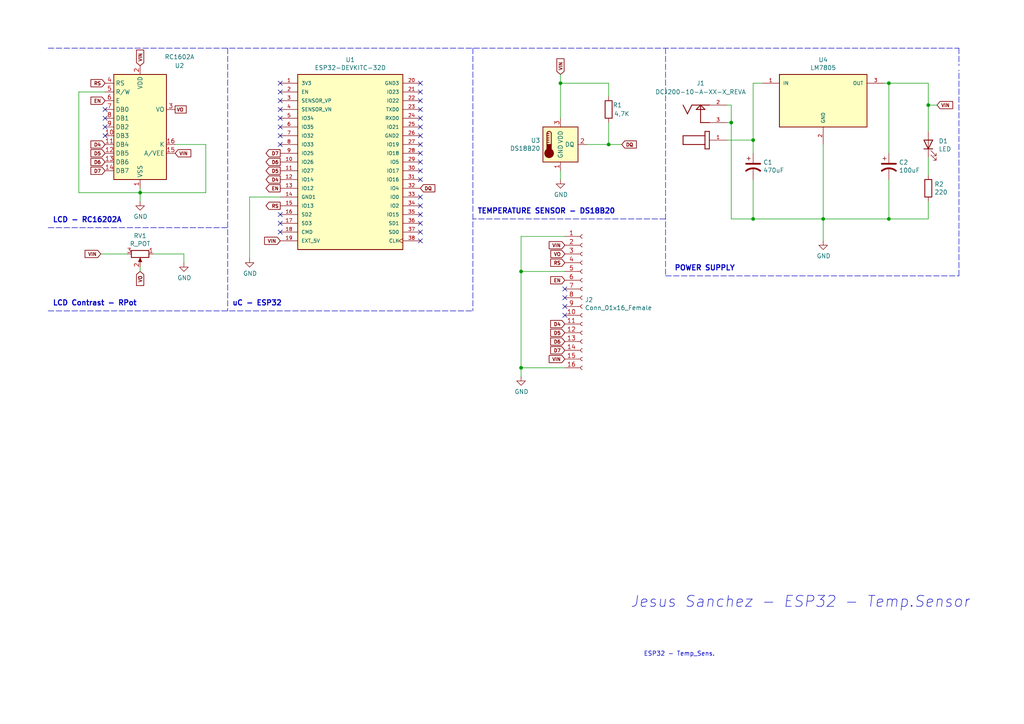
<source format=kicad_sch>
(kicad_sch (version 20211123) (generator eeschema)

  (uuid d3c11c8f-a73d-4211-934b-a6da255728ad)

  (paper "A4")

  (lib_symbols
    (symbol "Connector:Conn_01x16_Female" (pin_names (offset 1.016) hide) (in_bom yes) (on_board yes)
      (property "Reference" "J" (id 0) (at 0 20.32 0)
        (effects (font (size 1.27 1.27)))
      )
      (property "Value" "Conn_01x16_Female" (id 1) (at 0 -22.86 0)
        (effects (font (size 1.27 1.27)))
      )
      (property "Footprint" "" (id 2) (at 0 0 0)
        (effects (font (size 1.27 1.27)) hide)
      )
      (property "Datasheet" "~" (id 3) (at 0 0 0)
        (effects (font (size 1.27 1.27)) hide)
      )
      (property "ki_keywords" "connector" (id 4) (at 0 0 0)
        (effects (font (size 1.27 1.27)) hide)
      )
      (property "ki_description" "Generic connector, single row, 01x16, script generated (kicad-library-utils/schlib/autogen/connector/)" (id 5) (at 0 0 0)
        (effects (font (size 1.27 1.27)) hide)
      )
      (property "ki_fp_filters" "Connector*:*_1x??_*" (id 6) (at 0 0 0)
        (effects (font (size 1.27 1.27)) hide)
      )
      (symbol "Conn_01x16_Female_1_1"
        (arc (start 0 -19.812) (mid -0.508 -20.32) (end 0 -20.828)
          (stroke (width 0.1524) (type default) (color 0 0 0 0))
          (fill (type none))
        )
        (arc (start 0 -17.272) (mid -0.508 -17.78) (end 0 -18.288)
          (stroke (width 0.1524) (type default) (color 0 0 0 0))
          (fill (type none))
        )
        (arc (start 0 -14.732) (mid -0.508 -15.24) (end 0 -15.748)
          (stroke (width 0.1524) (type default) (color 0 0 0 0))
          (fill (type none))
        )
        (arc (start 0 -12.192) (mid -0.508 -12.7) (end 0 -13.208)
          (stroke (width 0.1524) (type default) (color 0 0 0 0))
          (fill (type none))
        )
        (arc (start 0 -9.652) (mid -0.508 -10.16) (end 0 -10.668)
          (stroke (width 0.1524) (type default) (color 0 0 0 0))
          (fill (type none))
        )
        (arc (start 0 -7.112) (mid -0.508 -7.62) (end 0 -8.128)
          (stroke (width 0.1524) (type default) (color 0 0 0 0))
          (fill (type none))
        )
        (arc (start 0 -4.572) (mid -0.508 -5.08) (end 0 -5.588)
          (stroke (width 0.1524) (type default) (color 0 0 0 0))
          (fill (type none))
        )
        (arc (start 0 -2.032) (mid -0.508 -2.54) (end 0 -3.048)
          (stroke (width 0.1524) (type default) (color 0 0 0 0))
          (fill (type none))
        )
        (polyline
          (pts
            (xy -1.27 -20.32)
            (xy -0.508 -20.32)
          )
          (stroke (width 0.1524) (type default) (color 0 0 0 0))
          (fill (type none))
        )
        (polyline
          (pts
            (xy -1.27 -17.78)
            (xy -0.508 -17.78)
          )
          (stroke (width 0.1524) (type default) (color 0 0 0 0))
          (fill (type none))
        )
        (polyline
          (pts
            (xy -1.27 -15.24)
            (xy -0.508 -15.24)
          )
          (stroke (width 0.1524) (type default) (color 0 0 0 0))
          (fill (type none))
        )
        (polyline
          (pts
            (xy -1.27 -12.7)
            (xy -0.508 -12.7)
          )
          (stroke (width 0.1524) (type default) (color 0 0 0 0))
          (fill (type none))
        )
        (polyline
          (pts
            (xy -1.27 -10.16)
            (xy -0.508 -10.16)
          )
          (stroke (width 0.1524) (type default) (color 0 0 0 0))
          (fill (type none))
        )
        (polyline
          (pts
            (xy -1.27 -7.62)
            (xy -0.508 -7.62)
          )
          (stroke (width 0.1524) (type default) (color 0 0 0 0))
          (fill (type none))
        )
        (polyline
          (pts
            (xy -1.27 -5.08)
            (xy -0.508 -5.08)
          )
          (stroke (width 0.1524) (type default) (color 0 0 0 0))
          (fill (type none))
        )
        (polyline
          (pts
            (xy -1.27 -2.54)
            (xy -0.508 -2.54)
          )
          (stroke (width 0.1524) (type default) (color 0 0 0 0))
          (fill (type none))
        )
        (polyline
          (pts
            (xy -1.27 0)
            (xy -0.508 0)
          )
          (stroke (width 0.1524) (type default) (color 0 0 0 0))
          (fill (type none))
        )
        (polyline
          (pts
            (xy -1.27 2.54)
            (xy -0.508 2.54)
          )
          (stroke (width 0.1524) (type default) (color 0 0 0 0))
          (fill (type none))
        )
        (polyline
          (pts
            (xy -1.27 5.08)
            (xy -0.508 5.08)
          )
          (stroke (width 0.1524) (type default) (color 0 0 0 0))
          (fill (type none))
        )
        (polyline
          (pts
            (xy -1.27 7.62)
            (xy -0.508 7.62)
          )
          (stroke (width 0.1524) (type default) (color 0 0 0 0))
          (fill (type none))
        )
        (polyline
          (pts
            (xy -1.27 10.16)
            (xy -0.508 10.16)
          )
          (stroke (width 0.1524) (type default) (color 0 0 0 0))
          (fill (type none))
        )
        (polyline
          (pts
            (xy -1.27 12.7)
            (xy -0.508 12.7)
          )
          (stroke (width 0.1524) (type default) (color 0 0 0 0))
          (fill (type none))
        )
        (polyline
          (pts
            (xy -1.27 15.24)
            (xy -0.508 15.24)
          )
          (stroke (width 0.1524) (type default) (color 0 0 0 0))
          (fill (type none))
        )
        (polyline
          (pts
            (xy -1.27 17.78)
            (xy -0.508 17.78)
          )
          (stroke (width 0.1524) (type default) (color 0 0 0 0))
          (fill (type none))
        )
        (arc (start 0 0.508) (mid -0.508 0) (end 0 -0.508)
          (stroke (width 0.1524) (type default) (color 0 0 0 0))
          (fill (type none))
        )
        (arc (start 0 3.048) (mid -0.508 2.54) (end 0 2.032)
          (stroke (width 0.1524) (type default) (color 0 0 0 0))
          (fill (type none))
        )
        (arc (start 0 5.588) (mid -0.508 5.08) (end 0 4.572)
          (stroke (width 0.1524) (type default) (color 0 0 0 0))
          (fill (type none))
        )
        (arc (start 0 8.128) (mid -0.508 7.62) (end 0 7.112)
          (stroke (width 0.1524) (type default) (color 0 0 0 0))
          (fill (type none))
        )
        (arc (start 0 10.668) (mid -0.508 10.16) (end 0 9.652)
          (stroke (width 0.1524) (type default) (color 0 0 0 0))
          (fill (type none))
        )
        (arc (start 0 13.208) (mid -0.508 12.7) (end 0 12.192)
          (stroke (width 0.1524) (type default) (color 0 0 0 0))
          (fill (type none))
        )
        (arc (start 0 15.748) (mid -0.508 15.24) (end 0 14.732)
          (stroke (width 0.1524) (type default) (color 0 0 0 0))
          (fill (type none))
        )
        (arc (start 0 18.288) (mid -0.508 17.78) (end 0 17.272)
          (stroke (width 0.1524) (type default) (color 0 0 0 0))
          (fill (type none))
        )
        (pin passive line (at -5.08 17.78 0) (length 3.81)
          (name "Pin_1" (effects (font (size 1.27 1.27))))
          (number "1" (effects (font (size 1.27 1.27))))
        )
        (pin passive line (at -5.08 -5.08 0) (length 3.81)
          (name "Pin_10" (effects (font (size 1.27 1.27))))
          (number "10" (effects (font (size 1.27 1.27))))
        )
        (pin passive line (at -5.08 -7.62 0) (length 3.81)
          (name "Pin_11" (effects (font (size 1.27 1.27))))
          (number "11" (effects (font (size 1.27 1.27))))
        )
        (pin passive line (at -5.08 -10.16 0) (length 3.81)
          (name "Pin_12" (effects (font (size 1.27 1.27))))
          (number "12" (effects (font (size 1.27 1.27))))
        )
        (pin passive line (at -5.08 -12.7 0) (length 3.81)
          (name "Pin_13" (effects (font (size 1.27 1.27))))
          (number "13" (effects (font (size 1.27 1.27))))
        )
        (pin passive line (at -5.08 -15.24 0) (length 3.81)
          (name "Pin_14" (effects (font (size 1.27 1.27))))
          (number "14" (effects (font (size 1.27 1.27))))
        )
        (pin passive line (at -5.08 -17.78 0) (length 3.81)
          (name "Pin_15" (effects (font (size 1.27 1.27))))
          (number "15" (effects (font (size 1.27 1.27))))
        )
        (pin passive line (at -5.08 -20.32 0) (length 3.81)
          (name "Pin_16" (effects (font (size 1.27 1.27))))
          (number "16" (effects (font (size 1.27 1.27))))
        )
        (pin passive line (at -5.08 15.24 0) (length 3.81)
          (name "Pin_2" (effects (font (size 1.27 1.27))))
          (number "2" (effects (font (size 1.27 1.27))))
        )
        (pin passive line (at -5.08 12.7 0) (length 3.81)
          (name "Pin_3" (effects (font (size 1.27 1.27))))
          (number "3" (effects (font (size 1.27 1.27))))
        )
        (pin passive line (at -5.08 10.16 0) (length 3.81)
          (name "Pin_4" (effects (font (size 1.27 1.27))))
          (number "4" (effects (font (size 1.27 1.27))))
        )
        (pin passive line (at -5.08 7.62 0) (length 3.81)
          (name "Pin_5" (effects (font (size 1.27 1.27))))
          (number "5" (effects (font (size 1.27 1.27))))
        )
        (pin passive line (at -5.08 5.08 0) (length 3.81)
          (name "Pin_6" (effects (font (size 1.27 1.27))))
          (number "6" (effects (font (size 1.27 1.27))))
        )
        (pin passive line (at -5.08 2.54 0) (length 3.81)
          (name "Pin_7" (effects (font (size 1.27 1.27))))
          (number "7" (effects (font (size 1.27 1.27))))
        )
        (pin passive line (at -5.08 0 0) (length 3.81)
          (name "Pin_8" (effects (font (size 1.27 1.27))))
          (number "8" (effects (font (size 1.27 1.27))))
        )
        (pin passive line (at -5.08 -2.54 0) (length 3.81)
          (name "Pin_9" (effects (font (size 1.27 1.27))))
          (number "9" (effects (font (size 1.27 1.27))))
        )
      )
    )
    (symbol "DCJ200-10-A-XX-X_REVA:DCJ200-10-A-XX-X_REVA" (pin_names (offset 1.016) hide) (in_bom yes) (on_board yes)
      (property "Reference" "J" (id 0) (at -5.08 7.62 0)
        (effects (font (size 1.27 1.27)) (justify left bottom))
      )
      (property "Value" "DCJ200-10-A-XX-X_REVA_DCJ200-10-A-XX-X_REVA" (id 1) (at -5.08 -7.62 0)
        (effects (font (size 1.27 1.27)) (justify left bottom))
      )
      (property "Footprint" "GCT_DCJ200-10-A-XX-X_REVA" (id 2) (at 0 0 0)
        (effects (font (size 1.27 1.27)) (justify left bottom) hide)
      )
      (property "Datasheet" "" (id 3) (at 0 0 0)
        (effects (font (size 1.27 1.27)) (justify left bottom) hide)
      )
      (property "MANUFACTURER" "GCT" (id 4) (at 0 0 0)
        (effects (font (size 1.27 1.27)) (justify left bottom) hide)
      )
      (property "ki_locked" "" (id 5) (at 0 0 0)
        (effects (font (size 1.27 1.27)))
      )
      (symbol "DCJ200-10-A-XX-X_REVA_0_0"
        (polyline
          (pts
            (xy -5.08 3.81)
            (xy 1.27 3.81)
          )
          (stroke (width 0.254) (type default) (color 0 0 0 0))
          (fill (type none))
        )
        (polyline
          (pts
            (xy -5.08 6.35)
            (xy -5.08 3.81)
          )
          (stroke (width 0.254) (type default) (color 0 0 0 0))
          (fill (type none))
        )
        (polyline
          (pts
            (xy -3.81 -2.54)
            (xy -5.08 -5.08)
          )
          (stroke (width 0.254) (type default) (color 0 0 0 0))
          (fill (type none))
        )
        (polyline
          (pts
            (xy -2.54 -5.08)
            (xy -3.81 -2.54)
          )
          (stroke (width 0.254) (type default) (color 0 0 0 0))
          (fill (type none))
        )
        (polyline
          (pts
            (xy -1.27 -3.81)
            (xy 1.27 -3.81)
          )
          (stroke (width 0.254) (type default) (color 0 0 0 0))
          (fill (type none))
        )
        (polyline
          (pts
            (xy 0 -5.08)
            (xy -2.54 -5.08)
          )
          (stroke (width 0.254) (type default) (color 0 0 0 0))
          (fill (type none))
        )
        (polyline
          (pts
            (xy 0 -5.08)
            (xy -1.27 -3.81)
          )
          (stroke (width 0.254) (type default) (color 0 0 0 0))
          (fill (type none))
        )
        (polyline
          (pts
            (xy 0 0)
            (xy 0 -5.08)
          )
          (stroke (width 0.254) (type default) (color 0 0 0 0))
          (fill (type none))
        )
        (polyline
          (pts
            (xy 1.27 -3.81)
            (xy 0 -5.08)
          )
          (stroke (width 0.254) (type default) (color 0 0 0 0))
          (fill (type none))
        )
        (polyline
          (pts
            (xy 1.27 2.54)
            (xy 2.54 2.54)
          )
          (stroke (width 0.254) (type default) (color 0 0 0 0))
          (fill (type none))
        )
        (polyline
          (pts
            (xy 1.27 3.81)
            (xy 1.27 2.54)
          )
          (stroke (width 0.254) (type default) (color 0 0 0 0))
          (fill (type none))
        )
        (polyline
          (pts
            (xy 1.27 6.35)
            (xy -5.08 6.35)
          )
          (stroke (width 0.254) (type default) (color 0 0 0 0))
          (fill (type none))
        )
        (polyline
          (pts
            (xy 1.27 6.35)
            (xy 1.27 3.81)
          )
          (stroke (width 0.254) (type default) (color 0 0 0 0))
          (fill (type none))
        )
        (polyline
          (pts
            (xy 1.27 7.62)
            (xy 1.27 6.35)
          )
          (stroke (width 0.254) (type default) (color 0 0 0 0))
          (fill (type none))
        )
        (polyline
          (pts
            (xy 2.54 -5.08)
            (xy 0 -5.08)
          )
          (stroke (width 0.254) (type default) (color 0 0 0 0))
          (fill (type none))
        )
        (polyline
          (pts
            (xy 2.54 0)
            (xy 0 0)
          )
          (stroke (width 0.254) (type default) (color 0 0 0 0))
          (fill (type none))
        )
        (polyline
          (pts
            (xy 2.54 2.54)
            (xy 2.54 7.62)
          )
          (stroke (width 0.254) (type default) (color 0 0 0 0))
          (fill (type none))
        )
        (polyline
          (pts
            (xy 2.54 7.62)
            (xy 1.27 7.62)
          )
          (stroke (width 0.254) (type default) (color 0 0 0 0))
          (fill (type none))
        )
        (pin passive line (at 7.62 5.08 180) (length 5.08)
          (name "~" (effects (font (size 1.016 1.016))))
          (number "1" (effects (font (size 1.016 1.016))))
        )
        (pin passive line (at 7.62 -5.08 180) (length 5.08)
          (name "~" (effects (font (size 1.016 1.016))))
          (number "2" (effects (font (size 1.016 1.016))))
        )
        (pin passive line (at 7.62 0 180) (length 5.08)
          (name "~" (effects (font (size 1.016 1.016))))
          (number "3" (effects (font (size 1.016 1.016))))
        )
      )
    )
    (symbol "Device:CP1" (pin_numbers hide) (pin_names (offset 0.254) hide) (in_bom yes) (on_board yes)
      (property "Reference" "C" (id 0) (at 0.635 2.54 0)
        (effects (font (size 1.27 1.27)) (justify left))
      )
      (property "Value" "Device_CP1" (id 1) (at 0.635 -2.54 0)
        (effects (font (size 1.27 1.27)) (justify left))
      )
      (property "Footprint" "" (id 2) (at 0 0 0)
        (effects (font (size 1.27 1.27)) hide)
      )
      (property "Datasheet" "" (id 3) (at 0 0 0)
        (effects (font (size 1.27 1.27)) hide)
      )
      (property "ki_fp_filters" "CP_*" (id 4) (at 0 0 0)
        (effects (font (size 1.27 1.27)) hide)
      )
      (symbol "CP1_0_1"
        (polyline
          (pts
            (xy -2.032 0.762)
            (xy 2.032 0.762)
          )
          (stroke (width 0.508) (type default) (color 0 0 0 0))
          (fill (type none))
        )
        (polyline
          (pts
            (xy -1.778 2.286)
            (xy -0.762 2.286)
          )
          (stroke (width 0) (type default) (color 0 0 0 0))
          (fill (type none))
        )
        (polyline
          (pts
            (xy -1.27 1.778)
            (xy -1.27 2.794)
          )
          (stroke (width 0) (type default) (color 0 0 0 0))
          (fill (type none))
        )
        (arc (start 2.032 -1.27) (mid 0 -0.5572) (end -2.032 -1.27)
          (stroke (width 0.508) (type default) (color 0 0 0 0))
          (fill (type none))
        )
      )
      (symbol "CP1_1_1"
        (pin passive line (at 0 3.81 270) (length 2.794)
          (name "~" (effects (font (size 1.27 1.27))))
          (number "1" (effects (font (size 1.27 1.27))))
        )
        (pin passive line (at 0 -3.81 90) (length 3.302)
          (name "~" (effects (font (size 1.27 1.27))))
          (number "2" (effects (font (size 1.27 1.27))))
        )
      )
    )
    (symbol "Device:LED" (pin_numbers hide) (pin_names (offset 1.016) hide) (in_bom yes) (on_board yes)
      (property "Reference" "D" (id 0) (at 0 2.54 0)
        (effects (font (size 1.27 1.27)))
      )
      (property "Value" "LED" (id 1) (at 0 -2.54 0)
        (effects (font (size 1.27 1.27)))
      )
      (property "Footprint" "" (id 2) (at 0 0 0)
        (effects (font (size 1.27 1.27)) hide)
      )
      (property "Datasheet" "~" (id 3) (at 0 0 0)
        (effects (font (size 1.27 1.27)) hide)
      )
      (property "ki_keywords" "LED diode" (id 4) (at 0 0 0)
        (effects (font (size 1.27 1.27)) hide)
      )
      (property "ki_description" "Light emitting diode" (id 5) (at 0 0 0)
        (effects (font (size 1.27 1.27)) hide)
      )
      (property "ki_fp_filters" "LED* LED_SMD:* LED_THT:*" (id 6) (at 0 0 0)
        (effects (font (size 1.27 1.27)) hide)
      )
      (symbol "LED_0_1"
        (polyline
          (pts
            (xy -1.27 -1.27)
            (xy -1.27 1.27)
          )
          (stroke (width 0.254) (type default) (color 0 0 0 0))
          (fill (type none))
        )
        (polyline
          (pts
            (xy -1.27 0)
            (xy 1.27 0)
          )
          (stroke (width 0) (type default) (color 0 0 0 0))
          (fill (type none))
        )
        (polyline
          (pts
            (xy 1.27 -1.27)
            (xy 1.27 1.27)
            (xy -1.27 0)
            (xy 1.27 -1.27)
          )
          (stroke (width 0.254) (type default) (color 0 0 0 0))
          (fill (type none))
        )
        (polyline
          (pts
            (xy -3.048 -0.762)
            (xy -4.572 -2.286)
            (xy -3.81 -2.286)
            (xy -4.572 -2.286)
            (xy -4.572 -1.524)
          )
          (stroke (width 0) (type default) (color 0 0 0 0))
          (fill (type none))
        )
        (polyline
          (pts
            (xy -1.778 -0.762)
            (xy -3.302 -2.286)
            (xy -2.54 -2.286)
            (xy -3.302 -2.286)
            (xy -3.302 -1.524)
          )
          (stroke (width 0) (type default) (color 0 0 0 0))
          (fill (type none))
        )
      )
      (symbol "LED_1_1"
        (pin passive line (at -3.81 0 0) (length 2.54)
          (name "K" (effects (font (size 1.27 1.27))))
          (number "1" (effects (font (size 1.27 1.27))))
        )
        (pin passive line (at 3.81 0 180) (length 2.54)
          (name "A" (effects (font (size 1.27 1.27))))
          (number "2" (effects (font (size 1.27 1.27))))
        )
      )
    )
    (symbol "Device:R" (pin_numbers hide) (pin_names (offset 0)) (in_bom yes) (on_board yes)
      (property "Reference" "R" (id 0) (at 2.032 0 90)
        (effects (font (size 1.27 1.27)))
      )
      (property "Value" "R" (id 1) (at 0 0 90)
        (effects (font (size 1.27 1.27)))
      )
      (property "Footprint" "" (id 2) (at -1.778 0 90)
        (effects (font (size 1.27 1.27)) hide)
      )
      (property "Datasheet" "~" (id 3) (at 0 0 0)
        (effects (font (size 1.27 1.27)) hide)
      )
      (property "ki_keywords" "R res resistor" (id 4) (at 0 0 0)
        (effects (font (size 1.27 1.27)) hide)
      )
      (property "ki_description" "Resistor" (id 5) (at 0 0 0)
        (effects (font (size 1.27 1.27)) hide)
      )
      (property "ki_fp_filters" "R_*" (id 6) (at 0 0 0)
        (effects (font (size 1.27 1.27)) hide)
      )
      (symbol "R_0_1"
        (rectangle (start -1.016 -2.54) (end 1.016 2.54)
          (stroke (width 0.254) (type default) (color 0 0 0 0))
          (fill (type none))
        )
      )
      (symbol "R_1_1"
        (pin passive line (at 0 3.81 270) (length 1.27)
          (name "~" (effects (font (size 1.27 1.27))))
          (number "1" (effects (font (size 1.27 1.27))))
        )
        (pin passive line (at 0 -3.81 90) (length 1.27)
          (name "~" (effects (font (size 1.27 1.27))))
          (number "2" (effects (font (size 1.27 1.27))))
        )
      )
    )
    (symbol "Device:R_POT" (pin_names (offset 1.016) hide) (in_bom yes) (on_board yes)
      (property "Reference" "RV" (id 0) (at -4.445 0 90)
        (effects (font (size 1.27 1.27)))
      )
      (property "Value" "Device_R_POT" (id 1) (at -2.54 0 90)
        (effects (font (size 1.27 1.27)))
      )
      (property "Footprint" "" (id 2) (at 0 0 0)
        (effects (font (size 1.27 1.27)) hide)
      )
      (property "Datasheet" "" (id 3) (at 0 0 0)
        (effects (font (size 1.27 1.27)) hide)
      )
      (property "ki_fp_filters" "Potentiometer*" (id 4) (at 0 0 0)
        (effects (font (size 1.27 1.27)) hide)
      )
      (symbol "R_POT_0_1"
        (polyline
          (pts
            (xy 2.54 0)
            (xy 1.524 0)
          )
          (stroke (width 0) (type default) (color 0 0 0 0))
          (fill (type none))
        )
        (polyline
          (pts
            (xy 1.143 0)
            (xy 2.286 0.508)
            (xy 2.286 -0.508)
            (xy 1.143 0)
          )
          (stroke (width 0) (type default) (color 0 0 0 0))
          (fill (type outline))
        )
        (rectangle (start 1.016 2.54) (end -1.016 -2.54)
          (stroke (width 0.254) (type default) (color 0 0 0 0))
          (fill (type none))
        )
      )
      (symbol "R_POT_1_1"
        (pin passive line (at 0 3.81 270) (length 1.27)
          (name "1" (effects (font (size 1.27 1.27))))
          (number "1" (effects (font (size 1.27 1.27))))
        )
        (pin passive line (at 3.81 0 180) (length 1.27)
          (name "2" (effects (font (size 1.27 1.27))))
          (number "2" (effects (font (size 1.27 1.27))))
        )
        (pin passive line (at 0 -3.81 90) (length 1.27)
          (name "3" (effects (font (size 1.27 1.27))))
          (number "3" (effects (font (size 1.27 1.27))))
        )
      )
    )
    (symbol "Display_Character:RC1602A" (in_bom yes) (on_board yes)
      (property "Reference" "U" (id 0) (at -6.35 16.51 0)
        (effects (font (size 1.27 1.27)))
      )
      (property "Value" "RC1602A" (id 1) (at 2.794 16.51 0)
        (effects (font (size 1.27 1.27)) (justify left))
      )
      (property "Footprint" "Display:RC1602A" (id 2) (at 2.54 -20.32 0)
        (effects (font (size 1.27 1.27)) hide)
      )
      (property "Datasheet" "http://www.raystar-optronics.com/down.php?ProID=18" (id 3) (at 2.54 -2.54 0)
        (effects (font (size 1.27 1.27)) hide)
      )
      (property "ki_keywords" "display LCD dot-matrix" (id 4) (at 0 0 0)
        (effects (font (size 1.27 1.27)) hide)
      )
      (property "ki_description" "LCD 16x2 Alphanumeric gray backlight, 3 or 5V VDD" (id 5) (at 0 0 0)
        (effects (font (size 1.27 1.27)) hide)
      )
      (property "ki_fp_filters" "*RC1602A*" (id 6) (at 0 0 0)
        (effects (font (size 1.27 1.27)) hide)
      )
      (symbol "RC1602A_0_1"
        (rectangle (start -7.62 15.24) (end 7.62 -15.24)
          (stroke (width 0.254) (type default) (color 0 0 0 0))
          (fill (type background))
        )
      )
      (symbol "RC1602A_1_1"
        (pin power_in line (at 0 -17.78 90) (length 2.54)
          (name "VSS" (effects (font (size 1.27 1.27))))
          (number "1" (effects (font (size 1.27 1.27))))
        )
        (pin bidirectional line (at -10.16 -2.54 0) (length 2.54)
          (name "DB3" (effects (font (size 1.27 1.27))))
          (number "10" (effects (font (size 1.27 1.27))))
        )
        (pin bidirectional line (at -10.16 -5.08 0) (length 2.54)
          (name "DB4" (effects (font (size 1.27 1.27))))
          (number "11" (effects (font (size 1.27 1.27))))
        )
        (pin bidirectional line (at -10.16 -7.62 0) (length 2.54)
          (name "DB5" (effects (font (size 1.27 1.27))))
          (number "12" (effects (font (size 1.27 1.27))))
        )
        (pin bidirectional line (at -10.16 -10.16 0) (length 2.54)
          (name "DB6" (effects (font (size 1.27 1.27))))
          (number "13" (effects (font (size 1.27 1.27))))
        )
        (pin bidirectional line (at -10.16 -12.7 0) (length 2.54)
          (name "DB7" (effects (font (size 1.27 1.27))))
          (number "14" (effects (font (size 1.27 1.27))))
        )
        (pin power_in line (at 10.16 -7.62 180) (length 2.54)
          (name "A/VEE" (effects (font (size 1.27 1.27))))
          (number "15" (effects (font (size 1.27 1.27))))
        )
        (pin power_in line (at 10.16 -5.08 180) (length 2.54)
          (name "K" (effects (font (size 1.27 1.27))))
          (number "16" (effects (font (size 1.27 1.27))))
        )
        (pin power_in line (at 0 17.78 270) (length 2.54)
          (name "VDD" (effects (font (size 1.27 1.27))))
          (number "2" (effects (font (size 1.27 1.27))))
        )
        (pin power_in line (at 10.16 5.08 180) (length 2.54)
          (name "VO" (effects (font (size 1.27 1.27))))
          (number "3" (effects (font (size 1.27 1.27))))
        )
        (pin input line (at -10.16 12.7 0) (length 2.54)
          (name "RS" (effects (font (size 1.27 1.27))))
          (number "4" (effects (font (size 1.27 1.27))))
        )
        (pin input line (at -10.16 10.16 0) (length 2.54)
          (name "R/W" (effects (font (size 1.27 1.27))))
          (number "5" (effects (font (size 1.27 1.27))))
        )
        (pin input line (at -10.16 7.62 0) (length 2.54)
          (name "E" (effects (font (size 1.27 1.27))))
          (number "6" (effects (font (size 1.27 1.27))))
        )
        (pin bidirectional line (at -10.16 5.08 0) (length 2.54)
          (name "DB0" (effects (font (size 1.27 1.27))))
          (number "7" (effects (font (size 1.27 1.27))))
        )
        (pin bidirectional line (at -10.16 2.54 0) (length 2.54)
          (name "DB1" (effects (font (size 1.27 1.27))))
          (number "8" (effects (font (size 1.27 1.27))))
        )
        (pin bidirectional line (at -10.16 0 0) (length 2.54)
          (name "DB2" (effects (font (size 1.27 1.27))))
          (number "9" (effects (font (size 1.27 1.27))))
        )
      )
    )
    (symbol "ESP32-DEVKITC-32D:ESP32-DEVKITC-32D" (pin_names (offset 1.016)) (in_bom yes) (on_board yes)
      (property "Reference" "U" (id 0) (at -15.2654 26.0604 0)
        (effects (font (size 1.27 1.27)) (justify left bottom))
      )
      (property "Value" "ESP32-DEVKITC-32D_ESP32-DEVKITC-32D" (id 1) (at -15.2654 -27.9654 0)
        (effects (font (size 1.27 1.27)) (justify left bottom))
      )
      (property "Footprint" "MODULE_ESP32-DEVKITC-32D" (id 2) (at 0 0 0)
        (effects (font (size 1.27 1.27)) (justify left bottom) hide)
      )
      (property "Datasheet" "" (id 3) (at 0 0 0)
        (effects (font (size 1.27 1.27)) (justify left bottom) hide)
      )
      (property "MANUFACTURER" "Espressif Systems" (id 4) (at 0 0 0)
        (effects (font (size 1.27 1.27)) (justify left bottom) hide)
      )
      (property "PARTREV" "4" (id 5) (at 0 0 0)
        (effects (font (size 1.27 1.27)) (justify left bottom) hide)
      )
      (property "ki_locked" "" (id 6) (at 0 0 0)
        (effects (font (size 1.27 1.27)))
      )
      (symbol "ESP32-DEVKITC-32D_0_0"
        (rectangle (start -15.24 -25.4) (end 15.24 25.4)
          (stroke (width 0.254) (type default) (color 0 0 0 0))
          (fill (type background))
        )
        (pin power_in line (at -20.32 22.86 0) (length 5.08)
          (name "3V3" (effects (font (size 1.016 1.016))))
          (number "1" (effects (font (size 1.016 1.016))))
        )
        (pin bidirectional line (at -20.32 0 0) (length 5.08)
          (name "IO26" (effects (font (size 1.016 1.016))))
          (number "10" (effects (font (size 1.016 1.016))))
        )
        (pin bidirectional line (at -20.32 -2.54 0) (length 5.08)
          (name "IO27" (effects (font (size 1.016 1.016))))
          (number "11" (effects (font (size 1.016 1.016))))
        )
        (pin bidirectional line (at -20.32 -5.08 0) (length 5.08)
          (name "IO14" (effects (font (size 1.016 1.016))))
          (number "12" (effects (font (size 1.016 1.016))))
        )
        (pin bidirectional line (at -20.32 -7.62 0) (length 5.08)
          (name "IO12" (effects (font (size 1.016 1.016))))
          (number "13" (effects (font (size 1.016 1.016))))
        )
        (pin power_in line (at -20.32 -10.16 0) (length 5.08)
          (name "GND1" (effects (font (size 1.016 1.016))))
          (number "14" (effects (font (size 1.016 1.016))))
        )
        (pin bidirectional line (at -20.32 -12.7 0) (length 5.08)
          (name "IO13" (effects (font (size 1.016 1.016))))
          (number "15" (effects (font (size 1.016 1.016))))
        )
        (pin bidirectional line (at -20.32 -15.24 0) (length 5.08)
          (name "SD2" (effects (font (size 1.016 1.016))))
          (number "16" (effects (font (size 1.016 1.016))))
        )
        (pin bidirectional line (at -20.32 -17.78 0) (length 5.08)
          (name "SD3" (effects (font (size 1.016 1.016))))
          (number "17" (effects (font (size 1.016 1.016))))
        )
        (pin bidirectional line (at -20.32 -20.32 0) (length 5.08)
          (name "CMD" (effects (font (size 1.016 1.016))))
          (number "18" (effects (font (size 1.016 1.016))))
        )
        (pin power_in line (at -20.32 -22.86 0) (length 5.08)
          (name "EXT_5V" (effects (font (size 1.016 1.016))))
          (number "19" (effects (font (size 1.016 1.016))))
        )
        (pin input line (at -20.32 20.32 0) (length 5.08)
          (name "EN" (effects (font (size 1.016 1.016))))
          (number "2" (effects (font (size 1.016 1.016))))
        )
        (pin power_in line (at 20.32 22.86 180) (length 5.08)
          (name "GND3" (effects (font (size 1.016 1.016))))
          (number "20" (effects (font (size 1.016 1.016))))
        )
        (pin bidirectional line (at 20.32 20.32 180) (length 5.08)
          (name "IO23" (effects (font (size 1.016 1.016))))
          (number "21" (effects (font (size 1.016 1.016))))
        )
        (pin bidirectional line (at 20.32 17.78 180) (length 5.08)
          (name "IO22" (effects (font (size 1.016 1.016))))
          (number "22" (effects (font (size 1.016 1.016))))
        )
        (pin output line (at 20.32 15.24 180) (length 5.08)
          (name "TXD0" (effects (font (size 1.016 1.016))))
          (number "23" (effects (font (size 1.016 1.016))))
        )
        (pin input line (at 20.32 12.7 180) (length 5.08)
          (name "RXD0" (effects (font (size 1.016 1.016))))
          (number "24" (effects (font (size 1.016 1.016))))
        )
        (pin bidirectional line (at 20.32 10.16 180) (length 5.08)
          (name "IO21" (effects (font (size 1.016 1.016))))
          (number "25" (effects (font (size 1.016 1.016))))
        )
        (pin power_in line (at 20.32 7.62 180) (length 5.08)
          (name "GND2" (effects (font (size 1.016 1.016))))
          (number "26" (effects (font (size 1.016 1.016))))
        )
        (pin bidirectional line (at 20.32 5.08 180) (length 5.08)
          (name "IO19" (effects (font (size 1.016 1.016))))
          (number "27" (effects (font (size 1.016 1.016))))
        )
        (pin bidirectional line (at 20.32 2.54 180) (length 5.08)
          (name "IO18" (effects (font (size 1.016 1.016))))
          (number "28" (effects (font (size 1.016 1.016))))
        )
        (pin bidirectional line (at 20.32 0 180) (length 5.08)
          (name "IO5" (effects (font (size 1.016 1.016))))
          (number "29" (effects (font (size 1.016 1.016))))
        )
        (pin input line (at -20.32 17.78 0) (length 5.08)
          (name "SENSOR_VP" (effects (font (size 1.016 1.016))))
          (number "3" (effects (font (size 1.016 1.016))))
        )
        (pin bidirectional line (at 20.32 -2.54 180) (length 5.08)
          (name "IO17" (effects (font (size 1.016 1.016))))
          (number "30" (effects (font (size 1.016 1.016))))
        )
        (pin bidirectional line (at 20.32 -5.08 180) (length 5.08)
          (name "IO16" (effects (font (size 1.016 1.016))))
          (number "31" (effects (font (size 1.016 1.016))))
        )
        (pin bidirectional line (at 20.32 -7.62 180) (length 5.08)
          (name "IO4" (effects (font (size 1.016 1.016))))
          (number "32" (effects (font (size 1.016 1.016))))
        )
        (pin bidirectional line (at 20.32 -10.16 180) (length 5.08)
          (name "IO0" (effects (font (size 1.016 1.016))))
          (number "33" (effects (font (size 1.016 1.016))))
        )
        (pin bidirectional line (at 20.32 -12.7 180) (length 5.08)
          (name "IO2" (effects (font (size 1.016 1.016))))
          (number "34" (effects (font (size 1.016 1.016))))
        )
        (pin bidirectional line (at 20.32 -15.24 180) (length 5.08)
          (name "IO15" (effects (font (size 1.016 1.016))))
          (number "35" (effects (font (size 1.016 1.016))))
        )
        (pin bidirectional line (at 20.32 -17.78 180) (length 5.08)
          (name "SD1" (effects (font (size 1.016 1.016))))
          (number "36" (effects (font (size 1.016 1.016))))
        )
        (pin bidirectional line (at 20.32 -20.32 180) (length 5.08)
          (name "SD0" (effects (font (size 1.016 1.016))))
          (number "37" (effects (font (size 1.016 1.016))))
        )
        (pin input clock (at 20.32 -22.86 180) (length 5.08)
          (name "CLK" (effects (font (size 1.016 1.016))))
          (number "38" (effects (font (size 1.016 1.016))))
        )
        (pin input line (at -20.32 15.24 0) (length 5.08)
          (name "SENSOR_VN" (effects (font (size 1.016 1.016))))
          (number "4" (effects (font (size 1.016 1.016))))
        )
        (pin bidirectional line (at -20.32 12.7 0) (length 5.08)
          (name "IO34" (effects (font (size 1.016 1.016))))
          (number "5" (effects (font (size 1.016 1.016))))
        )
        (pin bidirectional line (at -20.32 10.16 0) (length 5.08)
          (name "IO35" (effects (font (size 1.016 1.016))))
          (number "6" (effects (font (size 1.016 1.016))))
        )
        (pin bidirectional line (at -20.32 7.62 0) (length 5.08)
          (name "IO32" (effects (font (size 1.016 1.016))))
          (number "7" (effects (font (size 1.016 1.016))))
        )
        (pin bidirectional line (at -20.32 5.08 0) (length 5.08)
          (name "IO33" (effects (font (size 1.016 1.016))))
          (number "8" (effects (font (size 1.016 1.016))))
        )
        (pin bidirectional line (at -20.32 2.54 0) (length 5.08)
          (name "IO25" (effects (font (size 1.016 1.016))))
          (number "9" (effects (font (size 1.016 1.016))))
        )
      )
    )
    (symbol "LM7805:LM7805" (pin_names (offset 1.016)) (in_bom yes) (on_board yes)
      (property "Reference" "U" (id 0) (at 5.08 15.2654 0)
        (effects (font (size 1.27 1.27)) (justify left bottom))
      )
      (property "Value" "LM7805_LM7805" (id 1) (at 17.78 -7.62 0)
        (effects (font (size 1.27 1.27)) (justify left bottom))
      )
      (property "Footprint" "TO220" (id 2) (at 0 0 0)
        (effects (font (size 1.27 1.27)) (justify left bottom) hide)
      )
      (property "Datasheet" "" (id 3) (at 0 0 0)
        (effects (font (size 1.27 1.27)) (justify left bottom) hide)
      )
      (property "ki_locked" "" (id 4) (at 0 0 0)
        (effects (font (size 1.27 1.27)))
      )
      (symbol "LM7805_0_0"
        (rectangle (start -2.54 -2.54) (end 22.86 12.7)
          (stroke (width 0.254) (type default) (color 0 0 0 0))
          (fill (type background))
        )
        (pin bidirectional line (at -7.62 10.16 0) (length 5.08)
          (name "IN" (effects (font (size 1.016 1.016))))
          (number "1" (effects (font (size 1.016 1.016))))
        )
        (pin bidirectional line (at 10.16 -7.62 90) (length 5.08)
          (name "GND" (effects (font (size 1.016 1.016))))
          (number "2" (effects (font (size 1.016 1.016))))
        )
        (pin bidirectional line (at 27.94 10.16 180) (length 5.08)
          (name "OUT" (effects (font (size 1.016 1.016))))
          (number "3" (effects (font (size 1.016 1.016))))
        )
      )
    )
    (symbol "Sensor_Temperature:DS18B20" (pin_names (offset 1.016)) (in_bom yes) (on_board yes)
      (property "Reference" "U" (id 0) (at -3.81 6.35 0)
        (effects (font (size 1.27 1.27)))
      )
      (property "Value" "DS18B20" (id 1) (at 6.35 6.35 0)
        (effects (font (size 1.27 1.27)))
      )
      (property "Footprint" "Package_TO_SOT_THT:TO-92_Inline" (id 2) (at -25.4 -6.35 0)
        (effects (font (size 1.27 1.27)) hide)
      )
      (property "Datasheet" "http://datasheets.maximintegrated.com/en/ds/DS18B20.pdf" (id 3) (at -3.81 6.35 0)
        (effects (font (size 1.27 1.27)) hide)
      )
      (property "ki_keywords" "OneWire 1Wire Dallas Maxim" (id 4) (at 0 0 0)
        (effects (font (size 1.27 1.27)) hide)
      )
      (property "ki_description" "Programmable Resolution 1-Wire Digital Thermometer TO-92" (id 5) (at 0 0 0)
        (effects (font (size 1.27 1.27)) hide)
      )
      (property "ki_fp_filters" "TO*92*" (id 6) (at 0 0 0)
        (effects (font (size 1.27 1.27)) hide)
      )
      (symbol "DS18B20_0_1"
        (rectangle (start -5.08 5.08) (end 5.08 -5.08)
          (stroke (width 0.254) (type default) (color 0 0 0 0))
          (fill (type background))
        )
        (circle (center -3.302 -2.54) (radius 1.27)
          (stroke (width 0.254) (type default) (color 0 0 0 0))
          (fill (type outline))
        )
        (rectangle (start -2.667 -1.905) (end -3.937 0)
          (stroke (width 0.254) (type default) (color 0 0 0 0))
          (fill (type outline))
        )
        (arc (start -2.667 3.175) (mid -3.302 3.81) (end -3.937 3.175)
          (stroke (width 0.254) (type default) (color 0 0 0 0))
          (fill (type none))
        )
        (polyline
          (pts
            (xy -3.937 0.635)
            (xy -3.302 0.635)
          )
          (stroke (width 0.254) (type default) (color 0 0 0 0))
          (fill (type none))
        )
        (polyline
          (pts
            (xy -3.937 1.27)
            (xy -3.302 1.27)
          )
          (stroke (width 0.254) (type default) (color 0 0 0 0))
          (fill (type none))
        )
        (polyline
          (pts
            (xy -3.937 1.905)
            (xy -3.302 1.905)
          )
          (stroke (width 0.254) (type default) (color 0 0 0 0))
          (fill (type none))
        )
        (polyline
          (pts
            (xy -3.937 2.54)
            (xy -3.302 2.54)
          )
          (stroke (width 0.254) (type default) (color 0 0 0 0))
          (fill (type none))
        )
        (polyline
          (pts
            (xy -3.937 3.175)
            (xy -3.937 0)
          )
          (stroke (width 0.254) (type default) (color 0 0 0 0))
          (fill (type none))
        )
        (polyline
          (pts
            (xy -3.937 3.175)
            (xy -3.302 3.175)
          )
          (stroke (width 0.254) (type default) (color 0 0 0 0))
          (fill (type none))
        )
        (polyline
          (pts
            (xy -2.667 3.175)
            (xy -2.667 0)
          )
          (stroke (width 0.254) (type default) (color 0 0 0 0))
          (fill (type none))
        )
      )
      (symbol "DS18B20_1_1"
        (pin power_in line (at 0 -7.62 90) (length 2.54)
          (name "GND" (effects (font (size 1.27 1.27))))
          (number "1" (effects (font (size 1.27 1.27))))
        )
        (pin bidirectional line (at 7.62 0 180) (length 2.54)
          (name "DQ" (effects (font (size 1.27 1.27))))
          (number "2" (effects (font (size 1.27 1.27))))
        )
        (pin power_in line (at 0 7.62 270) (length 2.54)
          (name "VDD" (effects (font (size 1.27 1.27))))
          (number "3" (effects (font (size 1.27 1.27))))
        )
      )
    )
    (symbol "power:GND" (power) (pin_names (offset 0)) (in_bom yes) (on_board yes)
      (property "Reference" "#PWR" (id 0) (at 0 -6.35 0)
        (effects (font (size 1.27 1.27)) hide)
      )
      (property "Value" "GND" (id 1) (at 0 -3.81 0)
        (effects (font (size 1.27 1.27)))
      )
      (property "Footprint" "" (id 2) (at 0 0 0)
        (effects (font (size 1.27 1.27)) hide)
      )
      (property "Datasheet" "" (id 3) (at 0 0 0)
        (effects (font (size 1.27 1.27)) hide)
      )
      (property "ki_keywords" "power-flag" (id 4) (at 0 0 0)
        (effects (font (size 1.27 1.27)) hide)
      )
      (property "ki_description" "Power symbol creates a global label with name \"GND\" , ground" (id 5) (at 0 0 0)
        (effects (font (size 1.27 1.27)) hide)
      )
      (symbol "GND_0_1"
        (polyline
          (pts
            (xy 0 0)
            (xy 0 -1.27)
            (xy 1.27 -1.27)
            (xy 0 -2.54)
            (xy -1.27 -1.27)
            (xy 0 -1.27)
          )
          (stroke (width 0) (type default) (color 0 0 0 0))
          (fill (type none))
        )
      )
      (symbol "GND_1_1"
        (pin power_in line (at 0 0 270) (length 0) hide
          (name "GND" (effects (font (size 1.27 1.27))))
          (number "1" (effects (font (size 1.27 1.27))))
        )
      )
    )
  )

  (junction (at 257.81 24.13) (diameter 0) (color 0 0 0 0)
    (uuid 065b9982-55f2-4822-977e-07e8a06e7b35)
  )
  (junction (at 151.13 78.74) (diameter 0) (color 0 0 0 0)
    (uuid 109caac1-5036-4f23-9a66-f569d871501b)
  )
  (junction (at 257.81 63.5) (diameter 0) (color 0 0 0 0)
    (uuid 57c0c267-8bf9-4cc7-b734-d71a239ac313)
  )
  (junction (at 218.44 63.5) (diameter 0) (color 0 0 0 0)
    (uuid 6c67e4f6-9d04-4539-b356-b76e915ce848)
  )
  (junction (at 212.09 35.56) (diameter 0) (color 0 0 0 0)
    (uuid 86dc7a78-7d51-4111-9eea-8a8f7977eb16)
  )
  (junction (at 218.44 40.64) (diameter 0) (color 0 0 0 0)
    (uuid 88d2c4b8-79f2-4e8b-9f70-b7e0ed9c70f8)
  )
  (junction (at 151.13 106.68) (diameter 0) (color 0 0 0 0)
    (uuid 8c1605f9-6c91-4701-96bf-e753661d5e23)
  )
  (junction (at 162.56 24.13) (diameter 0) (color 0 0 0 0)
    (uuid 994b6220-4755-4d84-91b3-6122ac1c2c5e)
  )
  (junction (at 269.24 30.48) (diameter 0) (color 0 0 0 0)
    (uuid a6ccc556-da88-4006-ae1a-cc35733efef3)
  )
  (junction (at 238.76 63.5) (diameter 0) (color 0 0 0 0)
    (uuid b6135480-ace6-42b2-9c47-856ef57cded1)
  )
  (junction (at 40.64 55.88) (diameter 0) (color 0 0 0 0)
    (uuid bd9595a1-04f3-4fda-8f1b-e65ad874edd3)
  )
  (junction (at 176.53 41.91) (diameter 0) (color 0 0 0 0)
    (uuid ca5a4651-0d1d-441b-b17d-01518ef3b656)
  )

  (no_connect (at 121.92 46.99) (uuid 071522c0-d0ed-49b9-906e-6295f67fb0dc))
  (no_connect (at 163.83 86.36) (uuid 0f324b67-75ef-407f-8dbc-3c1fc5c2abba))
  (no_connect (at 30.48 34.29) (uuid 101ef598-601d-400e-9ef6-d655fbb1dbfa))
  (no_connect (at 163.83 88.9) (uuid 1c68b844-c861-46b7-b734-0242168a4220))
  (no_connect (at 81.28 64.77) (uuid 20cca02e-4c4d-4961-b6b4-b40a1731b220))
  (no_connect (at 81.28 36.83) (uuid 240c10af-51b5-420e-a6f4-a2c8f5db1db5))
  (no_connect (at 121.92 44.45) (uuid 2846428d-39de-4eae-8ce2-64955d56c493))
  (no_connect (at 81.28 34.29) (uuid 2d697cf0-e02e-4ed1-a048-a704dab0ee43))
  (no_connect (at 81.28 29.21) (uuid 40b14a16-fb82-4b9d-89dd-55cd98abb5cc))
  (no_connect (at 163.83 91.44) (uuid 4b03e854-02fe-44cc-bece-f8268b7cae54))
  (no_connect (at 121.92 49.53) (uuid 4e315e69-0417-463a-8b7f-469a08d1496e))
  (no_connect (at 121.92 41.91) (uuid 4fa10683-33cd-4dcd-8acc-2415cd63c62a))
  (no_connect (at 81.28 39.37) (uuid 503dbd88-3e6b-48cc-a2ea-a6e28b52a1f7))
  (no_connect (at 81.28 67.31) (uuid 5487601b-81d3-4c70-8f3d-cf9df9c63302))
  (no_connect (at 81.28 41.91) (uuid 592f25e6-a01b-47fd-8172-3da01117d00a))
  (no_connect (at 121.92 64.77) (uuid 597a11f2-5d2c-4a65-ac95-38ad106e1367))
  (no_connect (at 121.92 59.69) (uuid 59ec3156-036e-4049-89db-91a9dd07095f))
  (no_connect (at 81.28 26.67) (uuid 658dad07-97fd-466c-8b49-21892ac96ea4))
  (no_connect (at 121.92 52.07) (uuid 6a2b20ae-096c-4d9f-92f8-2087c865914f))
  (no_connect (at 81.28 24.13) (uuid 6e68f0cd-800e-4167-9553-71fc59da1eeb))
  (no_connect (at 30.48 36.83) (uuid 7f52d787-caa3-4a92-b1b2-19d554dc29a4))
  (no_connect (at 121.92 36.83) (uuid 8bc2c25a-a1f1-4ce8-b96a-a4f8f4c35079))
  (no_connect (at 121.92 62.23) (uuid 926001fd-2747-4639-8c0f-4fc46ff7218d))
  (no_connect (at 121.92 39.37) (uuid 9cbf35b8-f4d3-42a3-bb16-04ffd03fd8fd))
  (no_connect (at 121.92 69.85) (uuid a29f8df0-3fae-4edf-8d9c-bd5a875b13e3))
  (no_connect (at 30.48 39.37) (uuid a8447faf-e0a0-4c4a-ae53-4d4b28669151))
  (no_connect (at 121.92 34.29) (uuid b1ddb058-f7b2-429c-9489-f4e2242ad7e5))
  (no_connect (at 170.18 -8.89) (uuid b5071759-a4d7-4769-be02-251f23cd4454))
  (no_connect (at 81.28 31.75) (uuid c09938fd-06b9-4771-9f63-2311626243b3))
  (no_connect (at 121.92 26.67) (uuid c106154f-d948-43e5-abfa-e1b96055d91b))
  (no_connect (at 121.92 24.13) (uuid c24d6ac8-802d-4df3-a210-9cb1f693e865))
  (no_connect (at 30.48 31.75) (uuid c8029a4c-945d-42ca-871a-dd73ff50a1a3))
  (no_connect (at 81.28 62.23) (uuid cb614b23-9af3-4aec-bed8-c1374e001510))
  (no_connect (at 163.83 83.82) (uuid d2d7bea6-0c22-495f-8666-323b30e03150))
  (no_connect (at 121.92 57.15) (uuid d39d813e-3e64-490c-ba5c-a64bb5ad6bd0))
  (no_connect (at 121.92 67.31) (uuid e3fc1e69-a11c-4c84-8952-fefb9372474e))
  (no_connect (at 121.92 31.75) (uuid eee16674-2d21-45b6-ab5e-d669125df26c))
  (no_connect (at 121.92 29.21) (uuid f449bd37-cc90-4487-aee6-2a20b8d2843a))

  (wire (pts (xy 176.53 24.13) (xy 162.56 24.13))
    (stroke (width 0) (type default) (color 0 0 0 0))
    (uuid 097edb1b-8998-4e70-b670-bba125982348)
  )
  (wire (pts (xy 151.13 78.74) (xy 163.83 78.74))
    (stroke (width 0) (type default) (color 0 0 0 0))
    (uuid 0cc45b5b-96b3-4284-9cae-a3a9e324a916)
  )
  (wire (pts (xy 170.18 41.91) (xy 176.53 41.91))
    (stroke (width 0) (type default) (color 0 0 0 0))
    (uuid 14c51520-6d91-4098-a59a-5121f2a898f7)
  )
  (polyline (pts (xy 66.04 13.97) (xy 66.04 90.17))
    (stroke (width 0) (type default) (color 0 0 0 0))
    (uuid 16bd6381-8ac0-4bf2-9dce-ecc20c724b8d)
  )

  (wire (pts (xy 59.69 55.88) (xy 40.64 55.88))
    (stroke (width 0) (type default) (color 0 0 0 0))
    (uuid 173f6f06-e7d0-42ac-ab03-ce6b79b9eeee)
  )
  (wire (pts (xy 151.13 68.58) (xy 151.13 78.74))
    (stroke (width 0) (type default) (color 0 0 0 0))
    (uuid 19b0959e-a79b-43b2-a5ad-525ced7e9131)
  )
  (polyline (pts (xy 13.97 13.97) (xy 278.13 13.97))
    (stroke (width 0) (type default) (color 0 0 0 0))
    (uuid 22999e73-da32-43a5-9163-4b3a41614f25)
  )

  (wire (pts (xy 269.24 30.48) (xy 269.24 24.13))
    (stroke (width 0) (type default) (color 0 0 0 0))
    (uuid 25e5aa8e-2696-44a3-8d3c-c2c53f2923cf)
  )
  (wire (pts (xy 269.24 30.48) (xy 271.78 30.48))
    (stroke (width 0) (type default) (color 0 0 0 0))
    (uuid 275aa44a-b61f-489f-9e2a-819a0fe0d1eb)
  )
  (wire (pts (xy 176.53 41.91) (xy 176.53 35.56))
    (stroke (width 0) (type default) (color 0 0 0 0))
    (uuid 2d67a417-188f-4014-9282-000265d80009)
  )
  (wire (pts (xy 59.69 41.91) (xy 59.69 55.88))
    (stroke (width 0) (type default) (color 0 0 0 0))
    (uuid 2e842263-c0ba-46fd-a760-6624d4c78278)
  )
  (wire (pts (xy 40.64 55.88) (xy 40.64 58.42))
    (stroke (width 0) (type default) (color 0 0 0 0))
    (uuid 309b3bff-19c8-41ec-a84d-63399c649f46)
  )
  (wire (pts (xy 151.13 78.74) (xy 151.13 106.68))
    (stroke (width 0) (type default) (color 0 0 0 0))
    (uuid 31540a7e-dc9e-4e4d-96b1-dab15efa5f4b)
  )
  (wire (pts (xy 212.09 30.48) (xy 212.09 35.56))
    (stroke (width 0) (type default) (color 0 0 0 0))
    (uuid 34d03349-6d78-4165-a683-2d8b76f2bae8)
  )
  (wire (pts (xy 212.09 35.56) (xy 212.09 63.5))
    (stroke (width 0) (type default) (color 0 0 0 0))
    (uuid 37b6c6d6-3e12-4736-912a-ea6e2bf06721)
  )
  (polyline (pts (xy 278.13 80.01) (xy 278.13 20.32))
    (stroke (width 0) (type default) (color 0 0 0 0))
    (uuid 37e8181c-a81e-498b-b2e2-0aef0c391059)
  )

  (wire (pts (xy 36.83 73.66) (xy 29.21 73.66))
    (stroke (width 0) (type default) (color 0 0 0 0))
    (uuid 4632212f-13ce-4392-bc68-ccb9ba333770)
  )
  (wire (pts (xy 176.53 27.94) (xy 176.53 24.13))
    (stroke (width 0) (type default) (color 0 0 0 0))
    (uuid 477311b9-8f81-40c8-9c55-fd87e287247a)
  )
  (wire (pts (xy 44.45 73.66) (xy 53.34 73.66))
    (stroke (width 0) (type default) (color 0 0 0 0))
    (uuid 576c6616-e95d-4f1e-8ead-dea30fcdc8c2)
  )
  (wire (pts (xy 257.81 52.07) (xy 257.81 63.5))
    (stroke (width 0) (type default) (color 0 0 0 0))
    (uuid 5bcace5d-edd0-4e19-92d0-835e43cf8eb2)
  )
  (wire (pts (xy 257.81 63.5) (xy 269.24 63.5))
    (stroke (width 0) (type default) (color 0 0 0 0))
    (uuid 5ca4be1c-537e-4a4a-b344-d0c8ffde8546)
  )
  (wire (pts (xy 81.28 57.15) (xy 72.39 57.15))
    (stroke (width 0) (type default) (color 0 0 0 0))
    (uuid 5cf2db29-f7ab-499a-9907-cdeba64bf0f3)
  )
  (wire (pts (xy 176.53 41.91) (xy 180.34 41.91))
    (stroke (width 0) (type default) (color 0 0 0 0))
    (uuid 6284122b-79c3-4e04-925e-3d32cc3ec077)
  )
  (wire (pts (xy 162.56 24.13) (xy 162.56 34.29))
    (stroke (width 0) (type default) (color 0 0 0 0))
    (uuid 67763d19-f622-4e1e-81e5-5b24da7c3f99)
  )
  (wire (pts (xy 151.13 106.68) (xy 163.83 106.68))
    (stroke (width 0) (type default) (color 0 0 0 0))
    (uuid 6b7c1048-12b6-46b2-b762-fa3ad30472dd)
  )
  (wire (pts (xy 257.81 24.13) (xy 257.81 44.45))
    (stroke (width 0) (type default) (color 0 0 0 0))
    (uuid 6bf05d19-ba3e-4ba6-8a6f-4e0bc45ea3b2)
  )
  (wire (pts (xy 238.76 63.5) (xy 238.76 69.85))
    (stroke (width 0) (type default) (color 0 0 0 0))
    (uuid 6d1d60ff-408a-47a7-892f-c5cf9ef6ca75)
  )
  (wire (pts (xy 269.24 45.72) (xy 269.24 50.8))
    (stroke (width 0) (type default) (color 0 0 0 0))
    (uuid 6ec113ca-7d27-4b14-a180-1e5e2fd1c167)
  )
  (polyline (pts (xy 193.04 63.5) (xy 137.16 63.5))
    (stroke (width 0) (type default) (color 0 0 0 0))
    (uuid 730b670c-9bcf-4dcd-9a8d-fcaa61fb0955)
  )
  (polyline (pts (xy 137.16 13.97) (xy 137.16 90.17))
    (stroke (width 0) (type default) (color 0 0 0 0))
    (uuid 7599133e-c681-4202-85d9-c20dac196c64)
  )
  (polyline (pts (xy 193.04 80.01) (xy 278.13 80.01))
    (stroke (width 0) (type default) (color 0 0 0 0))
    (uuid 81a15393-727e-448b-a777-b18773023d89)
  )

  (wire (pts (xy 162.56 21.59) (xy 162.56 24.13))
    (stroke (width 0) (type default) (color 0 0 0 0))
    (uuid 84e5506c-143e-495f-9aa4-d3a71622f213)
  )
  (polyline (pts (xy 13.97 66.04) (xy 66.04 66.04))
    (stroke (width 0) (type default) (color 0 0 0 0))
    (uuid 85b7594c-358f-454b-b2ad-dd0b1d67ed76)
  )

  (wire (pts (xy 210.82 40.64) (xy 218.44 40.64))
    (stroke (width 0) (type default) (color 0 0 0 0))
    (uuid 89c0bc4d-eee5-4a77-ac35-d30b35db5cbe)
  )
  (wire (pts (xy 53.34 73.66) (xy 53.34 76.2))
    (stroke (width 0) (type default) (color 0 0 0 0))
    (uuid 89e83c2e-e90a-4a50-b278-880bac0cfb49)
  )
  (wire (pts (xy 50.8 41.91) (xy 59.69 41.91))
    (stroke (width 0) (type default) (color 0 0 0 0))
    (uuid 8c0807a7-765b-4fa5-baaa-e09a2b610e6b)
  )
  (polyline (pts (xy 13.97 90.17) (xy 137.16 90.17))
    (stroke (width 0) (type default) (color 0 0 0 0))
    (uuid 8d9a3ecc-539f-41da-8099-d37cea9c28e7)
  )

  (wire (pts (xy 218.44 63.5) (xy 238.76 63.5))
    (stroke (width 0) (type default) (color 0 0 0 0))
    (uuid 970e0f64-111f-41e3-9f5a-fb0d0f6fa101)
  )
  (wire (pts (xy 269.24 24.13) (xy 257.81 24.13))
    (stroke (width 0) (type default) (color 0 0 0 0))
    (uuid a24ddb4f-c217-42ca-b6cb-d12da84fb2b9)
  )
  (polyline (pts (xy 278.13 13.97) (xy 278.13 19.05))
    (stroke (width 0) (type default) (color 0 0 0 0))
    (uuid a4f86a46-3bc8-4daa-9125-a63f297eb114)
  )

  (wire (pts (xy 218.44 40.64) (xy 218.44 44.45))
    (stroke (width 0) (type default) (color 0 0 0 0))
    (uuid a7531a95-7ca1-4f34-955e-18120cec99e6)
  )
  (wire (pts (xy 257.81 24.13) (xy 256.54 24.13))
    (stroke (width 0) (type default) (color 0 0 0 0))
    (uuid b7867831-ef82-4f33-a926-59e5c1c09b91)
  )
  (wire (pts (xy 212.09 35.56) (xy 210.82 35.56))
    (stroke (width 0) (type default) (color 0 0 0 0))
    (uuid bb4b1afc-c46e-451d-8dad-36b7dec82f26)
  )
  (wire (pts (xy 269.24 30.48) (xy 269.24 38.1))
    (stroke (width 0) (type default) (color 0 0 0 0))
    (uuid bd065eaf-e495-4837-bdb3-129934de1fc7)
  )
  (wire (pts (xy 22.86 26.67) (xy 30.48 26.67))
    (stroke (width 0) (type default) (color 0 0 0 0))
    (uuid be645d0f-8568-47a0-a152-e3ddd33563eb)
  )
  (wire (pts (xy 22.86 26.67) (xy 22.86 55.88))
    (stroke (width 0) (type default) (color 0 0 0 0))
    (uuid c9667181-b3c7-4b01-b8b4-baa29a9aea63)
  )
  (wire (pts (xy 40.64 77.47) (xy 40.64 78.74))
    (stroke (width 0) (type default) (color 0 0 0 0))
    (uuid cb16d05e-318b-4e51-867b-70d791d75bea)
  )
  (wire (pts (xy 218.44 52.07) (xy 218.44 63.5))
    (stroke (width 0) (type default) (color 0 0 0 0))
    (uuid cb24efdd-07c6-4317-9277-131625b065ac)
  )
  (wire (pts (xy 40.64 54.61) (xy 40.64 55.88))
    (stroke (width 0) (type default) (color 0 0 0 0))
    (uuid d5b800ca-1ab6-4b66-b5f7-2dda5658b504)
  )
  (wire (pts (xy 220.98 24.13) (xy 218.44 24.13))
    (stroke (width 0) (type default) (color 0 0 0 0))
    (uuid dc2801a1-d539-4721-b31f-fe196b9f13df)
  )
  (wire (pts (xy 218.44 24.13) (xy 218.44 40.64))
    (stroke (width 0) (type default) (color 0 0 0 0))
    (uuid e1c30a32-820e-4b17-aec9-5cb8b76f0ccc)
  )
  (wire (pts (xy 212.09 63.5) (xy 218.44 63.5))
    (stroke (width 0) (type default) (color 0 0 0 0))
    (uuid e32ee344-1030-4498-9cac-bfbf7540faf4)
  )
  (wire (pts (xy 269.24 58.42) (xy 269.24 63.5))
    (stroke (width 0) (type default) (color 0 0 0 0))
    (uuid e43dbe34-ed17-4e35-a5c7-2f1679b3c415)
  )
  (wire (pts (xy 162.56 49.53) (xy 162.56 52.07))
    (stroke (width 0) (type default) (color 0 0 0 0))
    (uuid e472dac4-5b65-4920-b8b2-6065d140a69d)
  )
  (wire (pts (xy 238.76 63.5) (xy 257.81 63.5))
    (stroke (width 0) (type default) (color 0 0 0 0))
    (uuid e4aa537c-eb9d-4dbb-ac87-fae46af42391)
  )
  (wire (pts (xy 238.76 41.91) (xy 238.76 63.5))
    (stroke (width 0) (type default) (color 0 0 0 0))
    (uuid e54e5e19-1deb-49a9-8629-617db8e434c0)
  )
  (wire (pts (xy 22.86 55.88) (xy 40.64 55.88))
    (stroke (width 0) (type default) (color 0 0 0 0))
    (uuid ebd06df3-d52b-4cff-99a2-a771df6d3733)
  )
  (polyline (pts (xy 193.04 13.97) (xy 193.04 80.01))
    (stroke (width 0) (type default) (color 0 0 0 0))
    (uuid ec5c2062-3a41-4636-8803-069e60a1641a)
  )

  (wire (pts (xy 151.13 106.68) (xy 151.13 109.22))
    (stroke (width 0) (type default) (color 0 0 0 0))
    (uuid f1447ad6-651c-45be-a2d6-33bddf672c2c)
  )
  (wire (pts (xy 151.13 68.58) (xy 163.83 68.58))
    (stroke (width 0) (type default) (color 0 0 0 0))
    (uuid f6c644f4-3036-41a6-9e14-2c08c079c6cd)
  )
  (wire (pts (xy 210.82 30.48) (xy 212.09 30.48))
    (stroke (width 0) (type default) (color 0 0 0 0))
    (uuid f8fc38ec-0b98-40bc-ae2f-e5cc29973bca)
  )
  (wire (pts (xy 72.39 57.15) (xy 72.39 74.93))
    (stroke (width 0) (type default) (color 0 0 0 0))
    (uuid feb26ecb-9193-46ea-a41b-d09305bf0a3e)
  )

  (text "uC - ESP32" (at 67.31 88.9 0)
    (effects (font (size 1.4986 1.4986) (thickness 0.2997) bold) (justify left bottom))
    (uuid 4fb21471-41be-4be8-9687-66030f97befc)
  )
  (text "LCD - RC16202A" (at 15.24 64.77 0)
    (effects (font (size 1.4986 1.4986) (thickness 0.2997) bold) (justify left bottom))
    (uuid 639c0e59-e95c-4114-bccd-2e7277505454)
  )
  (text "POWER SUPPLY" (at 195.58 78.74 0)
    (effects (font (size 1.4986 1.4986) (thickness 0.2997) bold) (justify left bottom))
    (uuid 676efd2f-1c48-4786-9e4b-2444f1e8f6ff)
  )
  (text " Jesus Sanchez - ESP32 - Temp.Sensor " (at 180.34 176.53 0)
    (effects (font (size 3.2 3.2) italic) (justify left bottom))
    (uuid 70095ee3-0c93-4c36-8924-ba0f7ebc8306)
  )
  (text "TEMPERATURE SENSOR - DS18B20" (at 138.43 62.23 0)
    (effects (font (size 1.4986 1.4986) (thickness 0.2997) bold) (justify left bottom))
    (uuid 87d7448e-e139-4209-ae0b-372f805267da)
  )
  (text "ESP32 - Temp_Sens." (at 186.69 190.5 0)
    (effects (font (size 1.27 1.27)) (justify left bottom))
    (uuid 968a92c4-8949-40ad-89e8-b4ad70bf0b63)
  )
  (text "LCD Contrast - RPot" (at 15.24 88.9 0)
    (effects (font (size 1.4986 1.4986) (thickness 0.2997) bold) (justify left bottom))
    (uuid a5cd8da1-8f7f-4f80-bb23-0317de562222)
  )

  (global_label "VIN" (shape input) (at 29.21 73.66 180) (fields_autoplaced)
    (effects (font (size 0.9906 0.9906) (thickness 0.1981) bold) (justify right))
    (uuid 0325ec43-0390-4ae2-b055-b1ec6ce17b1c)
    (property "Intersheet References" "${INTERSHEET_REFS}" (id 0) (at 0 0 0)
      (effects (font (size 1.27 1.27)) hide)
    )
  )
  (global_label "VO" (shape input) (at 40.64 78.74 270) (fields_autoplaced)
    (effects (font (size 0.9906 0.9906) (thickness 0.1981) bold) (justify right))
    (uuid 057af6bb-cf6f-4bfb-b0c0-2e92a2c09a47)
    (property "Intersheet References" "${INTERSHEET_REFS}" (id 0) (at 0 0 0)
      (effects (font (size 1.27 1.27)) hide)
    )
  )
  (global_label "D7" (shape input) (at 163.83 101.6 180) (fields_autoplaced)
    (effects (font (size 0.9906 0.9906) (thickness 0.1981) bold) (justify right))
    (uuid 0ae82096-0994-4fb0-9a2a-d4ac4804abac)
    (property "Intersheet References" "${INTERSHEET_REFS}" (id 0) (at 0 0 0)
      (effects (font (size 1.27 1.27)) hide)
    )
  )
  (global_label "VO" (shape input) (at 163.83 73.66 180) (fields_autoplaced)
    (effects (font (size 0.9906 0.9906) (thickness 0.1981) bold) (justify right))
    (uuid 1f8b2c0c-b042-4e2e-80f6-4959a27b238f)
    (property "Intersheet References" "${INTERSHEET_REFS}" (id 0) (at 0 0 0)
      (effects (font (size 1.27 1.27)) hide)
    )
  )
  (global_label "DQ" (shape input) (at 121.92 54.61 0) (fields_autoplaced)
    (effects (font (size 0.9906 0.9906) (thickness 0.1981) bold) (justify left))
    (uuid 34a74736-156e-4bf3-9200-cd137cfa59da)
    (property "Intersheet References" "${INTERSHEET_REFS}" (id 0) (at 0 0 0)
      (effects (font (size 1.27 1.27)) hide)
    )
  )
  (global_label "D6" (shape input) (at 30.48 46.99 180) (fields_autoplaced)
    (effects (font (size 0.9906 0.9906) (thickness 0.1981) bold) (justify right))
    (uuid 3a52f112-cb97-43db-aaeb-20afe27664d7)
    (property "Intersheet References" "${INTERSHEET_REFS}" (id 0) (at 0 0 0)
      (effects (font (size 1.27 1.27)) hide)
    )
  )
  (global_label "D7" (shape output) (at 81.28 44.45 180) (fields_autoplaced)
    (effects (font (size 0.9906 0.9906) (thickness 0.1981) bold) (justify right))
    (uuid 3fd54105-4b7e-4004-9801-76ec66108a22)
    (property "Intersheet References" "${INTERSHEET_REFS}" (id 0) (at 0 0 0)
      (effects (font (size 1.27 1.27)) hide)
    )
  )
  (global_label "D6" (shape input) (at 163.83 99.06 180) (fields_autoplaced)
    (effects (font (size 0.9906 0.9906) (thickness 0.1981) bold) (justify right))
    (uuid 4107d40a-e5df-4255-aacc-13f9928e090c)
    (property "Intersheet References" "${INTERSHEET_REFS}" (id 0) (at 0 0 0)
      (effects (font (size 1.27 1.27)) hide)
    )
  )
  (global_label "VIN" (shape input) (at 163.83 71.12 180) (fields_autoplaced)
    (effects (font (size 0.9906 0.9906) (thickness 0.1981) bold) (justify right))
    (uuid 4a850cb6-bb24-4274-a902-e49f34f0a0e3)
    (property "Intersheet References" "${INTERSHEET_REFS}" (id 0) (at 0 0 0)
      (effects (font (size 1.27 1.27)) hide)
    )
  )
  (global_label "RS" (shape input) (at 30.48 24.13 180) (fields_autoplaced)
    (effects (font (size 0.9906 0.9906) (thickness 0.1981) bold) (justify right))
    (uuid 5b34a16c-5a14-4291-8242-ea6d6ac54372)
    (property "Intersheet References" "${INTERSHEET_REFS}" (id 0) (at 0 0 0)
      (effects (font (size 1.27 1.27)) hide)
    )
  )
  (global_label "D7" (shape input) (at 30.48 49.53 180) (fields_autoplaced)
    (effects (font (size 0.9906 0.9906) (thickness 0.1981) bold) (justify right))
    (uuid 644ae9fc-3c8e-4089-866e-a12bf371c3e9)
    (property "Intersheet References" "${INTERSHEET_REFS}" (id 0) (at 0 0 0)
      (effects (font (size 1.27 1.27)) hide)
    )
  )
  (global_label "D4" (shape input) (at 30.48 41.91 180) (fields_autoplaced)
    (effects (font (size 0.9906 0.9906) (thickness 0.1981) bold) (justify right))
    (uuid 65134029-dbd2-409a-85a8-13c2a33ff019)
    (property "Intersheet References" "${INTERSHEET_REFS}" (id 0) (at 0 0 0)
      (effects (font (size 1.27 1.27)) hide)
    )
  )
  (global_label "EN" (shape input) (at 30.48 29.21 180) (fields_autoplaced)
    (effects (font (size 0.9906 0.9906) (thickness 0.1981) bold) (justify right))
    (uuid 6781326c-6e0d-4753-8f28-0f5c687e01f9)
    (property "Intersheet References" "${INTERSHEET_REFS}" (id 0) (at 0 0 0)
      (effects (font (size 1.27 1.27)) hide)
    )
  )
  (global_label "EN" (shape output) (at 81.28 54.61 180) (fields_autoplaced)
    (effects (font (size 0.9906 0.9906) (thickness 0.1981) bold) (justify right))
    (uuid 7a4ce4b3-518a-4819-b8b2-5127b3347c64)
    (property "Intersheet References" "${INTERSHEET_REFS}" (id 0) (at 0 0 0)
      (effects (font (size 1.27 1.27)) hide)
    )
  )
  (global_label "VIN" (shape input) (at 271.78 30.48 0) (fields_autoplaced)
    (effects (font (size 0.9906 0.9906) (thickness 0.1981) bold) (justify left))
    (uuid 7cee474b-af8f-4832-b07a-c43c1ab0b464)
    (property "Intersheet References" "${INTERSHEET_REFS}" (id 0) (at 0 0 0)
      (effects (font (size 1.27 1.27)) hide)
    )
  )
  (global_label "D4" (shape output) (at 81.28 52.07 180) (fields_autoplaced)
    (effects (font (size 0.9906 0.9906) (thickness 0.1981) bold) (justify right))
    (uuid 7e0a03ae-d054-4f76-a131-5c09b8dc1636)
    (property "Intersheet References" "${INTERSHEET_REFS}" (id 0) (at 0 0 0)
      (effects (font (size 1.27 1.27)) hide)
    )
  )
  (global_label "D5" (shape input) (at 30.48 44.45 180) (fields_autoplaced)
    (effects (font (size 0.9906 0.9906) (thickness 0.1981) bold) (justify right))
    (uuid 8087f566-a94d-4bbc-985b-e49ee7762296)
    (property "Intersheet References" "${INTERSHEET_REFS}" (id 0) (at 0 0 0)
      (effects (font (size 1.27 1.27)) hide)
    )
  )
  (global_label "VIN" (shape input) (at 163.83 104.14 180) (fields_autoplaced)
    (effects (font (size 0.9906 0.9906) (thickness 0.1981) bold) (justify right))
    (uuid 8195a7cf-4576-44dd-9e0e-ee048fdb93dd)
    (property "Intersheet References" "${INTERSHEET_REFS}" (id 0) (at 0 0 0)
      (effects (font (size 1.27 1.27)) hide)
    )
  )
  (global_label "D6" (shape output) (at 81.28 46.99 180) (fields_autoplaced)
    (effects (font (size 0.9906 0.9906) (thickness 0.1981) bold) (justify right))
    (uuid 8d0c1d66-35ef-4a53-a28f-436a11b54f42)
    (property "Intersheet References" "${INTERSHEET_REFS}" (id 0) (at 0 0 0)
      (effects (font (size 1.27 1.27)) hide)
    )
  )
  (global_label "D5" (shape output) (at 81.28 49.53 180) (fields_autoplaced)
    (effects (font (size 0.9906 0.9906) (thickness 0.1981) bold) (justify right))
    (uuid 9193c41e-d425-447d-b95c-6986d66ea01c)
    (property "Intersheet References" "${INTERSHEET_REFS}" (id 0) (at 0 0 0)
      (effects (font (size 1.27 1.27)) hide)
    )
  )
  (global_label "DQ" (shape input) (at 180.34 41.91 0) (fields_autoplaced)
    (effects (font (size 0.9906 0.9906) (thickness 0.1981) bold) (justify left))
    (uuid a13ab237-8f8d-4e16-8c47-4440653b8534)
    (property "Intersheet References" "${INTERSHEET_REFS}" (id 0) (at 0 0 0)
      (effects (font (size 1.27 1.27)) hide)
    )
  )
  (global_label "RS" (shape output) (at 81.28 59.69 180) (fields_autoplaced)
    (effects (font (size 0.9906 0.9906) (thickness 0.1981) bold) (justify right))
    (uuid a6b7df29-bcf8-46a9-b623-7eaac47f5110)
    (property "Intersheet References" "${INTERSHEET_REFS}" (id 0) (at 0 0 0)
      (effects (font (size 1.27 1.27)) hide)
    )
  )
  (global_label "RS" (shape input) (at 163.83 76.2 180) (fields_autoplaced)
    (effects (font (size 0.9906 0.9906) (thickness 0.1981) bold) (justify right))
    (uuid b4300db7-1220-431a-b7c3-2edbdf8fa6fc)
    (property "Intersheet References" "${INTERSHEET_REFS}" (id 0) (at 0 0 0)
      (effects (font (size 1.27 1.27)) hide)
    )
  )
  (global_label "VIN" (shape input) (at 81.28 69.85 180) (fields_autoplaced)
    (effects (font (size 0.9906 0.9906) (thickness 0.1981) bold) (justify right))
    (uuid b447dbb1-d38e-4a15-93cb-12c25382ea53)
    (property "Intersheet References" "${INTERSHEET_REFS}" (id 0) (at 0 0 0)
      (effects (font (size 1.27 1.27)) hide)
    )
  )
  (global_label "D4" (shape input) (at 163.83 93.98 180) (fields_autoplaced)
    (effects (font (size 0.9906 0.9906) (thickness 0.1981) bold) (justify right))
    (uuid b873bc5d-a9af-4bd9-afcb-87ce4d417120)
    (property "Intersheet References" "${INTERSHEET_REFS}" (id 0) (at 0 0 0)
      (effects (font (size 1.27 1.27)) hide)
    )
  )
  (global_label "D5" (shape input) (at 163.83 96.52 180) (fields_autoplaced)
    (effects (font (size 0.9906 0.9906) (thickness 0.1981) bold) (justify right))
    (uuid c04386e0-b49e-4fff-b380-675af13a62cb)
    (property "Intersheet References" "${INTERSHEET_REFS}" (id 0) (at 0 0 0)
      (effects (font (size 1.27 1.27)) hide)
    )
  )
  (global_label "VO" (shape passive) (at 50.8 31.75 0) (fields_autoplaced)
    (effects (font (size 0.9906 0.9906) (thickness 0.1981) bold) (justify left))
    (uuid c094494a-f6f7-43fc-a007-4951484ddf3a)
    (property "Intersheet References" "${INTERSHEET_REFS}" (id 0) (at 0 0 0)
      (effects (font (size 1.27 1.27)) hide)
    )
  )
  (global_label "EN" (shape input) (at 163.83 81.28 180) (fields_autoplaced)
    (effects (font (size 0.9906 0.9906) (thickness 0.1981) bold) (justify right))
    (uuid c76d4423-ef1b-4a6f-8176-33d65f2877bb)
    (property "Intersheet References" "${INTERSHEET_REFS}" (id 0) (at 0 0 0)
      (effects (font (size 1.27 1.27)) hide)
    )
  )
  (global_label "VIN" (shape input) (at 50.8 44.45 0) (fields_autoplaced)
    (effects (font (size 0.9906 0.9906) (thickness 0.1981) bold) (justify left))
    (uuid d0fb0864-e79b-4bdc-8e8e-eed0cabe6d56)
    (property "Intersheet References" "${INTERSHEET_REFS}" (id 0) (at 0 0 0)
      (effects (font (size 1.27 1.27)) hide)
    )
  )
  (global_label "VIN" (shape input) (at 40.64 19.05 90) (fields_autoplaced)
    (effects (font (size 0.9906 0.9906) (thickness 0.1981) bold) (justify left))
    (uuid e1535036-5d36-405f-bb86-3819621c4f23)
    (property "Intersheet References" "${INTERSHEET_REFS}" (id 0) (at 0 0 0)
      (effects (font (size 1.27 1.27)) hide)
    )
  )
  (global_label "VIN" (shape input) (at 162.56 21.59 90) (fields_autoplaced)
    (effects (font (size 0.9906 0.9906) (thickness 0.1981) bold) (justify left))
    (uuid ee41cb8e-512d-41d2-81e1-3c50fff32aeb)
    (property "Intersheet References" "${INTERSHEET_REFS}" (id 0) (at 0 0 0)
      (effects (font (size 1.27 1.27)) hide)
    )
  )

  (symbol (lib_id "Display_Character:RC1602A") (at 40.64 36.83 0) (unit 1)
    (in_bom yes) (on_board yes)
    (uuid 00000000-0000-0000-0000-000061c0e827)
    (property "Reference" "U2" (id 0) (at 52.07 19.05 0))
    (property "Value" "RC1602A" (id 1) (at 52.07 16.51 0))
    (property "Footprint" "" (id 2) (at 43.18 57.15 0)
      (effects (font (size 1.27 1.27)) hide)
    )
    (property "Datasheet" "http://www.raystar-optronics.com/down.php?ProID=18" (id 3) (at 43.18 39.37 0)
      (effects (font (size 1.27 1.27)) hide)
    )
    (pin "1" (uuid 6cf0765d-1e50-4941-9ef7-52e3ee1c6c82))
    (pin "10" (uuid 16aacd3b-b93a-4686-be89-34d22bd6f348))
    (pin "11" (uuid 7d83ae86-3c22-4828-b2fa-80ef9953e2d3))
    (pin "12" (uuid 0d2598a7-bb4d-4fb8-a8a2-328a65b403dc))
    (pin "13" (uuid c279ee5a-d0c7-4714-b60b-c319e4d6a479))
    (pin "14" (uuid fea54ca7-0fa6-4550-8a7f-f852771e86c1))
    (pin "15" (uuid 378991be-92f9-44b3-951a-fb663d1e80a8))
    (pin "16" (uuid 8e707f33-d628-4f8c-9719-18afa8db4e6d))
    (pin "2" (uuid 8c630a40-2342-4ebf-93fe-e61c5f19ef3f))
    (pin "3" (uuid 56da0f13-f3fd-45be-9b53-d50461ae38bf))
    (pin "4" (uuid feb58745-67aa-4431-9d9c-3e6f33f301c3))
    (pin "5" (uuid a22a5752-7b0d-4a8d-b862-7a99ead00d22))
    (pin "6" (uuid f06b9da4-06f2-4902-a5e2-0418192c4136))
    (pin "7" (uuid 9fc06eb0-2d92-40fd-9da9-7460a8daa2bb))
    (pin "8" (uuid c743a699-57fa-4bc3-a4a2-720e35a26238))
    (pin "9" (uuid 78232cc5-7b0b-4c21-950b-5d1a54788840))
  )

  (symbol (lib_id "ESP32-DEVKITC-32D:ESP32-DEVKITC-32D") (at 101.6 46.99 0) (unit 1)
    (in_bom yes) (on_board yes)
    (uuid 00000000-0000-0000-0000-000061c20e71)
    (property "Reference" "U1" (id 0) (at 101.6 17.3482 0))
    (property "Value" "ESP32-DEVKITC-32D" (id 1) (at 101.6 19.6596 0))
    (property "Footprint" "test01:MODULE_ESP32-DEVKITC-32D" (id 2) (at 101.6 46.99 0)
      (effects (font (size 1.27 1.27)) (justify left bottom) hide)
    )
    (property "Datasheet" "" (id 3) (at 101.6 46.99 0)
      (effects (font (size 1.27 1.27)) (justify left bottom) hide)
    )
    (property "MANUFACTURER" "Espressif Systems" (id 4) (at 101.6 46.99 0)
      (effects (font (size 1.27 1.27)) (justify left bottom) hide)
    )
    (property "PARTREV" "4" (id 5) (at 101.6 46.99 0)
      (effects (font (size 1.27 1.27)) (justify left bottom) hide)
    )
    (pin "1" (uuid c66460e0-2a06-4c2c-8026-88255cee0393))
    (pin "10" (uuid f50c9c46-41b8-4a09-9fca-7eac7595c43d))
    (pin "11" (uuid badc0682-25a1-47fb-9212-39a318af15c7))
    (pin "12" (uuid 75785a9d-e8e5-4262-a935-bd9f40efbb72))
    (pin "13" (uuid 3b9eba01-bacc-48e0-b11d-1d7b67e62764))
    (pin "14" (uuid 0b6ba80d-0be7-4c8d-9cdb-308fd0f994d0))
    (pin "15" (uuid 684cce3a-79f5-4487-ba8e-cfca856a0a20))
    (pin "16" (uuid 5f2afa78-f003-486d-a282-77a4eefa108c))
    (pin "17" (uuid 7b9dfe28-63b7-4968-ac7f-edb3cc98ed88))
    (pin "18" (uuid ac22210e-18eb-47c4-95ff-90f94be96070))
    (pin "19" (uuid 88bd2dcf-1a68-4910-959a-e24e223b450a))
    (pin "2" (uuid 349516d1-60b8-4bab-9b58-6dd1e9a42ea8))
    (pin "20" (uuid 93b7b12a-498c-4ae2-a4a4-ab1a98692fd3))
    (pin "21" (uuid fe75ef20-3a00-4318-9f15-3e25a47683dc))
    (pin "22" (uuid c88ddc1e-4788-4322-8131-f3f7680ea028))
    (pin "23" (uuid b57a165e-a554-4993-9a0f-92b2443f0455))
    (pin "24" (uuid 5bfe3bce-63f8-480a-94d9-19267fa6aa3d))
    (pin "25" (uuid f08bd128-ad91-4e83-b37f-2ad975a540cc))
    (pin "26" (uuid 27448ab6-bbfe-443e-af73-633c7b7ff1ad))
    (pin "27" (uuid 1e76e978-f957-40c0-bfb3-aaa084b976c8))
    (pin "28" (uuid 7292e485-cd8b-404c-8e78-324b9d4fecad))
    (pin "29" (uuid f51b7765-f49d-4cd3-a76e-eb38908d7c9e))
    (pin "3" (uuid 709181ea-3857-4eb3-98e0-b5947b89e6fb))
    (pin "30" (uuid 8e097abe-bb9f-4b94-9b6e-7143ee9a7731))
    (pin "31" (uuid aa22cf16-ced9-4629-a980-cec85d72fdfd))
    (pin "32" (uuid ee5566af-7634-4185-8996-efe9b3d950b0))
    (pin "33" (uuid 9c259d94-eece-4834-9698-268704ca846f))
    (pin "34" (uuid 04773b2a-6212-4b80-831e-f5bfc9f69c15))
    (pin "35" (uuid 74543e0c-18b0-49c1-b425-c9315fc34ed7))
    (pin "36" (uuid 1a2566b0-fca6-4432-9195-ac3a5228d6e0))
    (pin "37" (uuid cb5521ff-4113-4f61-8098-8c3895acbc48))
    (pin "38" (uuid b3f42e6c-d030-40e0-aa88-1b63d5c4a684))
    (pin "4" (uuid 39f8895d-340b-4bed-9a5d-ef0da36a025d))
    (pin "5" (uuid 091b6bec-f795-46dc-a989-51ef2874bced))
    (pin "6" (uuid 2851813c-4f4a-42fd-8e84-50ad44e74cae))
    (pin "7" (uuid 45310ec0-5353-4b8f-be59-2d2516c80f3b))
    (pin "8" (uuid 6cdaa852-b9bf-422b-997f-585fbe563d4f))
    (pin "9" (uuid 401187eb-99f9-4660-afbf-3b7061bbc6c1))
  )

  (symbol (lib_id "Device:R_POT") (at 40.64 73.66 270) (unit 1)
    (in_bom yes) (on_board yes)
    (uuid 00000000-0000-0000-0000-000061c31a2f)
    (property "Reference" "RV1" (id 0) (at 40.64 68.4022 90))
    (property "Value" "R_POT" (id 1) (at 40.64 70.7136 90))
    (property "Footprint" "Potentiometer_THT:Potentiometer_Piher_PT-6-V_Vertical" (id 2) (at 40.64 73.66 0)
      (effects (font (size 1.27 1.27)) hide)
    )
    (property "Datasheet" "~" (id 3) (at 40.64 73.66 0)
      (effects (font (size 1.27 1.27)) hide)
    )
    (pin "1" (uuid f9e75d77-e6d7-4bd9-bf8c-ed8acf3f3846))
    (pin "2" (uuid 5bea131b-9b5d-46a4-835d-95664b220bff))
    (pin "3" (uuid b7c14608-5491-42b7-8b03-a46a548fd1e0))
  )

  (symbol (lib_id "Device:R") (at 176.53 31.75 180) (unit 1)
    (in_bom yes) (on_board yes)
    (uuid 00000000-0000-0000-0000-000061c372f3)
    (property "Reference" "R1" (id 0) (at 179.07 30.48 0))
    (property "Value" "4,7K" (id 1) (at 180.34 33.02 0))
    (property "Footprint" "Resistor_THT:R_Axial_DIN0207_L6.3mm_D2.5mm_P10.16mm_Horizontal" (id 2) (at 178.308 31.75 90)
      (effects (font (size 1.27 1.27)) hide)
    )
    (property "Datasheet" "~" (id 3) (at 176.53 31.75 0)
      (effects (font (size 1.27 1.27)) hide)
    )
    (pin "1" (uuid 647e905e-1978-4d0b-905e-a952057d565e))
    (pin "2" (uuid 68dbb8db-49c3-4eaa-87cc-ebff355cf505))
  )

  (symbol (lib_id "Sensor_Temperature:DS18B20") (at 162.56 41.91 0) (unit 1)
    (in_bom yes) (on_board yes)
    (uuid 00000000-0000-0000-0000-000061c38a49)
    (property "Reference" "U3" (id 0) (at 156.718 40.7416 0)
      (effects (font (size 1.27 1.27)) (justify right))
    )
    (property "Value" "DS18B20" (id 1) (at 156.718 43.053 0)
      (effects (font (size 1.27 1.27)) (justify right))
    )
    (property "Footprint" "Package_TO_SOT_THT:TO-92_Inline" (id 2) (at 137.16 48.26 0)
      (effects (font (size 1.27 1.27)) hide)
    )
    (property "Datasheet" "http://datasheets.maximintegrated.com/en/ds/DS18B20.pdf" (id 3) (at 158.75 35.56 0)
      (effects (font (size 1.27 1.27)) hide)
    )
    (pin "1" (uuid 25fc1ff8-331d-4d17-bddb-853a05535ceb))
    (pin "2" (uuid aea0a85b-4c25-4031-a073-52a27497bb93))
    (pin "3" (uuid 7148b525-24d2-4fd0-a5e9-08df9da79458))
  )

  (symbol (lib_id "DCJ200-10-A-XX-X_REVA:DCJ200-10-A-XX-X_REVA") (at 203.2 35.56 0) (mirror x) (unit 1)
    (in_bom yes) (on_board yes)
    (uuid 00000000-0000-0000-0000-000061c5ed03)
    (property "Reference" "J1" (id 0) (at 203.2 24.13 0))
    (property "Value" "DCJ200-10-A-XX-X_REVA" (id 1) (at 203.2 26.67 0))
    (property "Footprint" "test01:GCT_DCJ200-10-A-XX-X_REVA" (id 2) (at 203.2 35.56 0)
      (effects (font (size 1.27 1.27)) (justify left bottom) hide)
    )
    (property "Datasheet" "" (id 3) (at 203.2 35.56 0)
      (effects (font (size 1.27 1.27)) (justify left bottom) hide)
    )
    (property "MANUFACTURER" "GCT" (id 4) (at 203.2 35.56 0)
      (effects (font (size 1.27 1.27)) (justify left bottom) hide)
    )
    (pin "1" (uuid 1e5560d1-f5d9-4644-89ee-5cfa899c0c14))
    (pin "2" (uuid c4f9f0d0-32b9-4927-8d68-f0eb77736e2e))
    (pin "3" (uuid c7d075f8-fc07-4afd-a14d-5784e7a95fa0))
  )

  (symbol (lib_id "Device:CP1") (at 257.81 48.26 0) (unit 1)
    (in_bom yes) (on_board yes)
    (uuid 00000000-0000-0000-0000-000061c64d75)
    (property "Reference" "C2" (id 0) (at 260.731 47.0916 0)
      (effects (font (size 1.27 1.27)) (justify left))
    )
    (property "Value" "100uF" (id 1) (at 260.731 49.403 0)
      (effects (font (size 1.27 1.27)) (justify left))
    )
    (property "Footprint" "Capacitor_THT:CP_Radial_D10.0mm_P5.00mm" (id 2) (at 257.81 48.26 0)
      (effects (font (size 1.27 1.27)) hide)
    )
    (property "Datasheet" "~" (id 3) (at 257.81 48.26 0)
      (effects (font (size 1.27 1.27)) hide)
    )
    (pin "1" (uuid b6820548-7b63-445b-b165-ec3c1d59d8b1))
    (pin "2" (uuid a2d9feed-0889-4c4a-a318-f758e00f26a0))
  )

  (symbol (lib_id "Device:CP1") (at 218.44 48.26 0) (unit 1)
    (in_bom yes) (on_board yes)
    (uuid 00000000-0000-0000-0000-000061c652c4)
    (property "Reference" "C1" (id 0) (at 221.361 47.0916 0)
      (effects (font (size 1.27 1.27)) (justify left))
    )
    (property "Value" "470uF" (id 1) (at 221.361 49.403 0)
      (effects (font (size 1.27 1.27)) (justify left))
    )
    (property "Footprint" "Capacitor_THT:CP_Radial_D10.0mm_P5.00mm" (id 2) (at 218.44 48.26 0)
      (effects (font (size 1.27 1.27)) hide)
    )
    (property "Datasheet" "~" (id 3) (at 218.44 48.26 0)
      (effects (font (size 1.27 1.27)) hide)
    )
    (pin "1" (uuid 74f90fb4-bb3a-4921-aa88-895429cbf0f0))
    (pin "2" (uuid 58f03de9-1217-45a3-bd60-63df77c4f469))
  )

  (symbol (lib_id "Device:R") (at 269.24 54.61 0) (unit 1)
    (in_bom yes) (on_board yes)
    (uuid 00000000-0000-0000-0000-000061c65b21)
    (property "Reference" "R2" (id 0) (at 271.018 53.4416 0)
      (effects (font (size 1.27 1.27)) (justify left))
    )
    (property "Value" "220" (id 1) (at 271.018 55.753 0)
      (effects (font (size 1.27 1.27)) (justify left))
    )
    (property "Footprint" "Resistor_THT:R_Axial_DIN0207_L6.3mm_D2.5mm_P10.16mm_Horizontal" (id 2) (at 267.462 54.61 90)
      (effects (font (size 1.27 1.27)) hide)
    )
    (property "Datasheet" "~" (id 3) (at 269.24 54.61 0)
      (effects (font (size 1.27 1.27)) hide)
    )
    (pin "1" (uuid cb632b00-c968-40d6-ba5d-cd7b4945cf5f))
    (pin "2" (uuid 1bd8bbf7-ab8a-476a-a905-5c29b1fb5cc3))
  )

  (symbol (lib_id "Device:LED") (at 269.24 41.91 90) (unit 1)
    (in_bom yes) (on_board yes)
    (uuid 00000000-0000-0000-0000-000061c66f90)
    (property "Reference" "D1" (id 0) (at 272.2372 40.9194 90)
      (effects (font (size 1.27 1.27)) (justify right))
    )
    (property "Value" "LED" (id 1) (at 272.2372 43.2308 90)
      (effects (font (size 1.27 1.27)) (justify right))
    )
    (property "Footprint" "LED_THT:LED_D5.0mm" (id 2) (at 269.24 41.91 0)
      (effects (font (size 1.27 1.27)) hide)
    )
    (property "Datasheet" "~" (id 3) (at 269.24 41.91 0)
      (effects (font (size 1.27 1.27)) hide)
    )
    (pin "1" (uuid 5f58c02c-5144-4740-88b6-2b6add1f316a))
    (pin "2" (uuid 532d2d5b-94f3-49bd-a431-fcc3f812f93e))
  )

  (symbol (lib_id "power:GND") (at 238.76 69.85 0) (unit 1)
    (in_bom yes) (on_board yes)
    (uuid 00000000-0000-0000-0000-000061c90c10)
    (property "Reference" "#PWR05" (id 0) (at 238.76 76.2 0)
      (effects (font (size 1.27 1.27)) hide)
    )
    (property "Value" "GND" (id 1) (at 238.887 74.2442 0))
    (property "Footprint" "" (id 2) (at 238.76 69.85 0)
      (effects (font (size 1.27 1.27)) hide)
    )
    (property "Datasheet" "" (id 3) (at 238.76 69.85 0)
      (effects (font (size 1.27 1.27)) hide)
    )
    (pin "1" (uuid a6a523ea-6455-4ed5-b384-734b4ef6c606))
  )

  (symbol (lib_id "power:GND") (at 162.56 52.07 0) (unit 1)
    (in_bom yes) (on_board yes)
    (uuid 00000000-0000-0000-0000-000061ce32cd)
    (property "Reference" "#PWR04" (id 0) (at 162.56 58.42 0)
      (effects (font (size 1.27 1.27)) hide)
    )
    (property "Value" "GND" (id 1) (at 162.687 56.4642 0))
    (property "Footprint" "" (id 2) (at 162.56 52.07 0)
      (effects (font (size 1.27 1.27)) hide)
    )
    (property "Datasheet" "" (id 3) (at 162.56 52.07 0)
      (effects (font (size 1.27 1.27)) hide)
    )
    (pin "1" (uuid 0240b240-04bd-4d10-b2d0-c2c46bb1dc09))
  )

  (symbol (lib_id "power:GND") (at 40.64 58.42 0) (unit 1)
    (in_bom yes) (on_board yes)
    (uuid 00000000-0000-0000-0000-000061d03722)
    (property "Reference" "#PWR01" (id 0) (at 40.64 64.77 0)
      (effects (font (size 1.27 1.27)) hide)
    )
    (property "Value" "GND" (id 1) (at 40.767 62.8142 0))
    (property "Footprint" "" (id 2) (at 40.64 58.42 0)
      (effects (font (size 1.27 1.27)) hide)
    )
    (property "Datasheet" "" (id 3) (at 40.64 58.42 0)
      (effects (font (size 1.27 1.27)) hide)
    )
    (pin "1" (uuid 1b0c5fd8-a989-44f7-b2c5-f4dd62106fa2))
  )

  (symbol (lib_id "power:GND") (at 72.39 74.93 0) (unit 1)
    (in_bom yes) (on_board yes)
    (uuid 00000000-0000-0000-0000-000061d1280c)
    (property "Reference" "#PWR03" (id 0) (at 72.39 81.28 0)
      (effects (font (size 1.27 1.27)) hide)
    )
    (property "Value" "GND" (id 1) (at 72.517 79.3242 0))
    (property "Footprint" "" (id 2) (at 72.39 74.93 0)
      (effects (font (size 1.27 1.27)) hide)
    )
    (property "Datasheet" "" (id 3) (at 72.39 74.93 0)
      (effects (font (size 1.27 1.27)) hide)
    )
    (pin "1" (uuid f4a5e0b0-6ef8-4743-b4aa-2fdbc77259e9))
  )

  (symbol (lib_id "power:GND") (at 53.34 76.2 0) (unit 1)
    (in_bom yes) (on_board yes)
    (uuid 00000000-0000-0000-0000-000061d34d21)
    (property "Reference" "#PWR02" (id 0) (at 53.34 82.55 0)
      (effects (font (size 1.27 1.27)) hide)
    )
    (property "Value" "GND" (id 1) (at 53.467 80.5942 0))
    (property "Footprint" "" (id 2) (at 53.34 76.2 0)
      (effects (font (size 1.27 1.27)) hide)
    )
    (property "Datasheet" "" (id 3) (at 53.34 76.2 0)
      (effects (font (size 1.27 1.27)) hide)
    )
    (pin "1" (uuid a04138c3-c374-495c-ab6a-8bb88f5508fe))
  )

  (symbol (lib_id "LM7805:LM7805") (at 228.6 34.29 0) (unit 1)
    (in_bom yes) (on_board yes)
    (uuid 00000000-0000-0000-0000-000061dec64f)
    (property "Reference" "U4" (id 0) (at 238.76 17.3482 0))
    (property "Value" "LM7805" (id 1) (at 238.76 19.6596 0))
    (property "Footprint" "test01:TO220" (id 2) (at 228.6 34.29 0)
      (effects (font (size 1.27 1.27)) (justify left bottom) hide)
    )
    (property "Datasheet" "" (id 3) (at 228.6 34.29 0)
      (effects (font (size 1.27 1.27)) (justify left bottom) hide)
    )
    (pin "1" (uuid d9a76ad4-0d91-41b7-9896-72f27bf5fd98))
    (pin "2" (uuid 18dd5408-2f05-4dcc-a641-148f18a9a673))
    (pin "3" (uuid 52cf702c-a008-40b2-84f5-a17dd0e0ca1c))
  )

  (symbol (lib_id "Connector:Conn_01x16_Female") (at 168.91 86.36 0) (unit 1)
    (in_bom yes) (on_board yes)
    (uuid 00000000-0000-0000-0000-000061e38745)
    (property "Reference" "J2" (id 0) (at 169.6212 86.9696 0)
      (effects (font (size 1.27 1.27)) (justify left))
    )
    (property "Value" "Conn_01x16_Female" (id 1) (at 169.6212 89.281 0)
      (effects (font (size 1.27 1.27)) (justify left))
    )
    (property "Footprint" "Connector_PinSocket_2.54mm:PinSocket_1x16_P2.54mm_Vertical" (id 2) (at 168.91 86.36 0)
      (effects (font (size 1.27 1.27)) hide)
    )
    (property "Datasheet" "~" (id 3) (at 168.91 86.36 0)
      (effects (font (size 1.27 1.27)) hide)
    )
    (pin "1" (uuid 4c23a3c8-8519-4030-adc5-23eeabea23df))
    (pin "10" (uuid 300e2409-dd91-4553-953d-41dd55cb7899))
    (pin "11" (uuid 2369fad5-a867-4b1f-9c22-6c65ac326ac3))
    (pin "12" (uuid 366d7379-5def-4252-93bc-7d107ffe3b36))
    (pin "13" (uuid 9d23b66e-1bb5-4a6f-9772-b8d25945affb))
    (pin "14" (uuid 5d24104c-3a29-49f8-8489-136f17c4110e))
    (pin "15" (uuid 1f654530-4304-4e2c-9359-d4e2bb056019))
    (pin "16" (uuid 3a775c13-7a3d-4e26-ad94-0e79d1c6b49b))
    (pin "2" (uuid 4340a911-e03b-4453-8aaa-871b70731451))
    (pin "3" (uuid 80301770-dd6e-4f65-b812-9ab438fbcba2))
    (pin "4" (uuid 04235242-8ff4-4248-98ce-ea4e425f2de5))
    (pin "5" (uuid 9fd1f3d7-b5ab-4c9f-87f2-7fa75ac89b52))
    (pin "6" (uuid 12fd04cd-cdc9-41a7-95a3-d2fd36edfa37))
    (pin "7" (uuid ff9b329b-5cea-45a3-8642-e02931706fc3))
    (pin "8" (uuid 05e67d17-a107-4493-8f76-a7168fb08558))
    (pin "9" (uuid 3a415257-650e-42a2-b437-3613e35a7eb1))
  )

  (symbol (lib_id "power:GND") (at 151.13 109.22 0) (unit 1)
    (in_bom yes) (on_board yes)
    (uuid 00000000-0000-0000-0000-000061e406fa)
    (property "Reference" "#PWR0101" (id 0) (at 151.13 115.57 0)
      (effects (font (size 1.27 1.27)) hide)
    )
    (property "Value" "GND" (id 1) (at 151.257 113.6142 0))
    (property "Footprint" "" (id 2) (at 151.13 109.22 0)
      (effects (font (size 1.27 1.27)) hide)
    )
    (property "Datasheet" "" (id 3) (at 151.13 109.22 0)
      (effects (font (size 1.27 1.27)) hide)
    )
    (pin "1" (uuid fbd78dde-ae1b-4385-a010-0aa440cb43f0))
  )

  (sheet_instances
    (path "/" (page "1"))
  )

  (symbol_instances
    (path "/00000000-0000-0000-0000-000061d03722"
      (reference "#PWR01") (unit 1) (value "GND") (footprint "")
    )
    (path "/00000000-0000-0000-0000-000061d34d21"
      (reference "#PWR02") (unit 1) (value "GND") (footprint "")
    )
    (path "/00000000-0000-0000-0000-000061d1280c"
      (reference "#PWR03") (unit 1) (value "GND") (footprint "")
    )
    (path "/00000000-0000-0000-0000-000061ce32cd"
      (reference "#PWR04") (unit 1) (value "GND") (footprint "")
    )
    (path "/00000000-0000-0000-0000-000061c90c10"
      (reference "#PWR05") (unit 1) (value "GND") (footprint "")
    )
    (path "/00000000-0000-0000-0000-000061e406fa"
      (reference "#PWR0101") (unit 1) (value "GND") (footprint "")
    )
    (path "/00000000-0000-0000-0000-000061c652c4"
      (reference "C1") (unit 1) (value "470uF") (footprint "Capacitor_THT:CP_Radial_D10.0mm_P5.00mm")
    )
    (path "/00000000-0000-0000-0000-000061c64d75"
      (reference "C2") (unit 1) (value "100uF") (footprint "Capacitor_THT:CP_Radial_D10.0mm_P5.00mm")
    )
    (path "/00000000-0000-0000-0000-000061c66f90"
      (reference "D1") (unit 1) (value "LED") (footprint "LED_THT:LED_D5.0mm")
    )
    (path "/00000000-0000-0000-0000-000061c5ed03"
      (reference "J1") (unit 1) (value "DCJ200-10-A-XX-X_REVA") (footprint "test01:GCT_DCJ200-10-A-XX-X_REVA")
    )
    (path "/00000000-0000-0000-0000-000061e38745"
      (reference "J2") (unit 1) (value "Conn_01x16_Female") (footprint "Connector_PinSocket_2.54mm:PinSocket_1x16_P2.54mm_Vertical")
    )
    (path "/00000000-0000-0000-0000-000061c372f3"
      (reference "R1") (unit 1) (value "4,7K") (footprint "Resistor_THT:R_Axial_DIN0207_L6.3mm_D2.5mm_P10.16mm_Horizontal")
    )
    (path "/00000000-0000-0000-0000-000061c65b21"
      (reference "R2") (unit 1) (value "220") (footprint "Resistor_THT:R_Axial_DIN0207_L6.3mm_D2.5mm_P10.16mm_Horizontal")
    )
    (path "/00000000-0000-0000-0000-000061c31a2f"
      (reference "RV1") (unit 1) (value "R_POT") (footprint "Potentiometer_THT:Potentiometer_Piher_PT-6-V_Vertical")
    )
    (path "/00000000-0000-0000-0000-000061c20e71"
      (reference "U1") (unit 1) (value "ESP32-DEVKITC-32D") (footprint "test01:MODULE_ESP32-DEVKITC-32D")
    )
    (path "/00000000-0000-0000-0000-000061c0e827"
      (reference "U2") (unit 1) (value "RC1602A") (footprint "")
    )
    (path "/00000000-0000-0000-0000-000061c38a49"
      (reference "U3") (unit 1) (value "DS18B20") (footprint "Package_TO_SOT_THT:TO-92_Inline")
    )
    (path "/00000000-0000-0000-0000-000061dec64f"
      (reference "U4") (unit 1) (value "LM7805") (footprint "test01:TO220")
    )
  )
)

</source>
